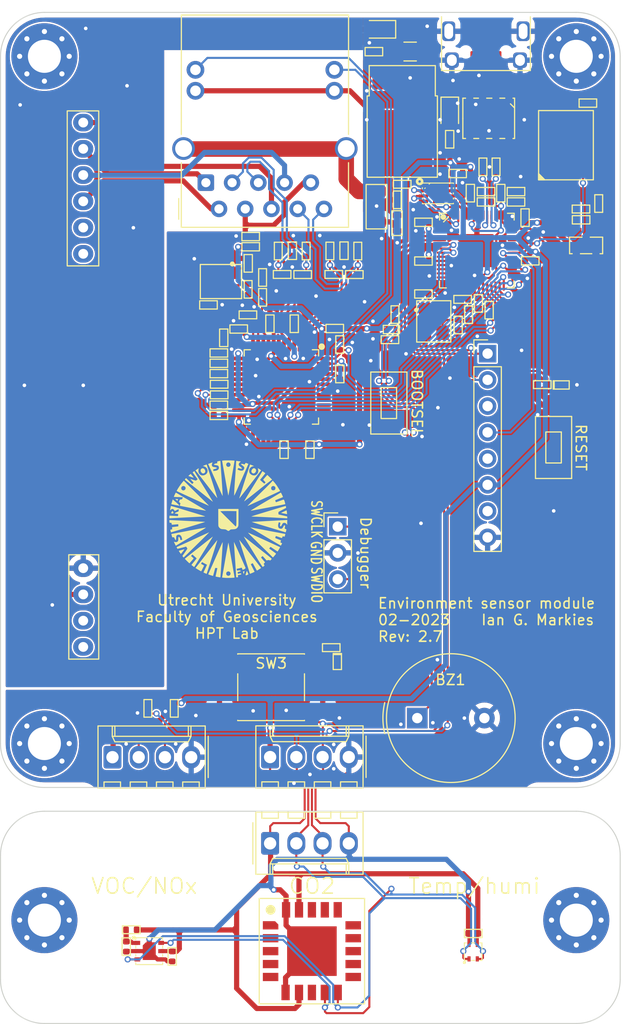
<source format=kicad_pcb>
(kicad_pcb (version 20211014) (generator pcbnew)
  (layers (0 "F.Cu" signal) (31 "B.Cu" signal) (34 "B.Paste" user) (35 "F.Paste" user) (36 "B.SilkS" user "B.Silkscreen") (37 "F.SilkS" user "F.Silkscreen") (38 "B.Mask" user) (39 "F.Mask" user) (44 "Edge.Cuts" user))
  (net 0 "")
  (net 1 "+3.3V")
  (net 2 "GND")
  (net 3 "Net-(C15-Pad1)")
  (net 4 "Net-(C16-Pad1)")
  (net 5 "Net-(C17-Pad1)")
  (net 6 "+1V1")
  (net 7 "Net-(C29-Pad1)")
  (net 8 "Net-(C35-Pad1)")
  (net 9 "Net-(C37-Pad1)")
  (net 10 "Net-(C32-Pad1)")
  (net 11 "Net-(C33-Pad1)")
  (net 12 "Net-(C34-Pad1)")
  (net 13 "+Vbus")
  (net 14 "+VSYS")
  (net 15 "Net-(D3-Pad2)")
  (net 16 "+VPoE")
  (net 17 "BOOTSEL")
  (net 18 "RUN")
  (net 19 "GPIO5{slash}Buzzer")
  (net 20 "Net-(J1-Pad1)")
  (net 22 "/MCU RP2040/Data-")
  (net 23 "/MCU RP2040/Data+")
  (net 24 "SWCLK")
  (net 25 "SWDIO")
  (net 26 "Net-(R8-Pad1)")
  (net 27 "/Ethernet W5100S/VC2-")
  (net 28 "/Ethernet W5100S/VC1-")
  (net 29 "/Ethernet W5100S/RXI-")
  (net 30 "Net-(R23-Pad1)")
  (net 31 "/Ethernet W5100S/RXI+")
  (net 32 "/Ethernet W5100S/VC2+")
  (net 33 "Net-(R23-Pad2)")
  (net 34 "Net-(R25-Pad1)")
  (net 35 "Net-(R29-Pad2)")
  (net 36 "/Ethernet W5100S/VC1+")
  (net 37 "Net-(R30-Pad1)")
  (net 38 "/Ethernet W5100S/TXO-")
  (net 41 "/Ethernet W5100S/TXO+")
  (net 47 "/MCU RP2040/GPIO29{slash}ADC3")
  (net 48 "/MCU RP2040/MCU_D+")
  (net 49 "/MCU RP2040/USB_D+")
  (net 50 "Net-(R28-Pad2)")
  (net 54 "/MCU RP2040/MCU_D-")
  (net 55 "/MCU RP2040/USB_D-")
  (net 56 "/MCU RP2040/QSPI_SS")
  (net 57 "/Ethernet W5100S/TX-")
  (net 58 "/Ethernet W5100S/TX+")
  (net 59 "/Ethernet W5100S/RX-")
  (net 60 "/Ethernet W5100S/RX+")
  (net 61 "I2C1_SDA")
  (net 62 "I2C1_SCL")
  (net 65 "GPIO23{slash}LED")
  (net 72 "RSTn")
  (net 73 "SPI0_RX")
  (net 74 "SPI0_CSn")
  (net 75 "SPI0_SCK")
  (net 76 "SPI0_TX")
  (net 77 "INTn")
  (net 79 "Net-(J2-Pad12)")
  (net 94 "Net-(J2-Pad14)")
  (net 95 "/Ethernet W5100S/LNKn")
  (net 96 "+1V2A")
  (net 97 "+1V2D")
  (net 98 "+1V2O")
  (net 116 "+3V3A")
  (net 117 "/Ethernet W5100S/ACTn")
  (net 118 "/MCU RP2040/QSPI_SD3")
  (net 119 "/MCU RP2040/QSPI_SCLK")
  (net 120 "/MCU RP2040/QSPI_SD0")
  (net 121 "GPIO22{slash}RST_DIS")
  (net 124 "/MCU RP2040/QSPI_SD2")
  (net 125 "/MCU RP2040/QSPI_SD1")
  (net 126 "Net-(D1-Pad1)")
  (net 127 "GPIO4{slash}Button")
  (footprint "HPT:Res 0402_1005Metric" (layer "F.Cu") (at 173.4225 60.7875 90)
    (fp_text reference "R5" hide)
    (fp_text value "27R")
  )
  (footprint "HPT:Micro USB, Type B" (layer "F.Cu") (at 172.4625 50.4625 180)
    (fp_text reference "Jr" hide)
    (fp_text value "USB_B_Micro")
  )
  (footprint "Package_SO:SOIC-8_3.9x4.9mm_P1.27mm" (layer "F.Cu") (at 172.7875 56.0875 -90)
    (fp_text reference "U2" hide)
    (fp_text value "USB6B1")
  )
  (footprint "Diode_SMD:D_SOD-923" (layer "F.Cu") (at 179.775 81.8875)
    (fp_text reference "D6" hide)
    (fp_text value "ESD9B3.3ST5G" hide)
  )
  (footprint "HPT:Res 0402_1005Metric" (layer "F.Cu") (at 163.675 75.075 -90)
    (fp_text reference "R11" hide)
    (fp_text value "1k")
  )
  (footprint "HPT:Res 0402_1005Metric" (layer "F.Cu") (at 149.423139 75.125 180)
    (fp_text reference "R25" hide)
    (fp_text value "1M")
  )
  (footprint "HPT:Cap 0402_1005Metric" (layer "F.Cu") (at 151.558139 75.975 90)
    (fp_text reference "C21" hide)
    (fp_text value "0.1uF")
  )
  (footprint "HPT:Cap 0402_1005Metric" (layer "F.Cu") (at 182.325 54.625)
    (fp_text reference "C39" hide)
    (fp_text value "0.1uF")
  )
  (footprint "Diode_SMD:D_SOD-923" (layer "F.Cu") (at 163.275 76.525 180)
    (fp_text reference "D4" hide)
    (fp_text value "ESD9B3.3ST5G" hide)
  )
  (footprint "HPT:Cap 0402_1005Metric" (layer "F.Cu") (at 155.4125 88.1375 -90)
    (fp_text reference "C19" hide)
    (fp_text value "0.1uF")
  )
  (footprint "HPT:Cap 0402_1005Metric" (layer "F.Cu") (at 166.425 69.8875 180)
    (fp_text reference "C4" hide)
    (fp_text value "0.1uF")
  )
  (footprint "Connector_PinHeader_2.54mm:PinHeader_1x08_P2.54mm_Vertical" (layer "F.Cu") (at 172.625 78.855)
    (fp_text reference "J3" hide)
    (fp_text value "Display")
  )
  (footprint "Diode_SMD:D_SOD-323" (layer "F.Cu") (at 168.9625 55.5375 -90)
    (fp_text reference "D2" hide)
    (fp_text value "BAT60A" hide)
  )
  (footprint "HPT:Cap 0402_1005Metric" (layer "F.Cu") (at 176.7425 69.8875)
    (fp_text reference "C8" hide)
    (fp_text value "0.1uF")
  )
  (footprint "HPT:Res 0402_1005Metric" (layer "F.Cu") (at 163.175 77.525 180)
    (fp_text reference "R28" hide)
    (fp_text value "100R")
  )
  (footprint "HPT:uu Logo" (layer "F.Cu") (at 147.404164 94.905656)
    (fp_text reference "G***" hide)
    (fp_text value "LOGO" hide)
  )
  (footprint "HPT:LQFP48" (layer "F.Cu") (at 152.658139 82.08186 180)
    (fp_text reference "U5" hide)
    (fp_text value "W5100S")
  )
  (footprint "HPT:Cap 0402_1005Metric" (layer "F.Cu") (at 170.9625 63.3375 90)
    (fp_text reference "C1" hide)
    (fp_text value "0.1uF")
  )
  (footprint "HPT:Slot 2x5.5" (layer "F.Cu") (at 170.465 139.375 180)
    (fp_text reference "REF**" hide)
    (fp_text value "Slot 2x5.5" hide)
  )
  (footprint "HPT:Cap 0402_1005Metric" (layer "F.Cu") (at 146.6125 84.825 180)
    (fp_text reference "C20" hide)
    (fp_text value "0.1uF")
  )
  (footprint "HPT:Cap 0402_1005Metric" (layer "F.Cu") (at 152.908139 88.1375 -90)
    (fp_text reference "C27" hide)
    (fp_text value "0.1uF")
  )
  (footprint "HPT:Cap 0402_1005Metric" (layer "F.Cu") (at 171.725 73.9875 -90)
    (fp_text reference "C9" hide)
    (fp_text value "0.1uF")
  )
  (footprint "HPT:Res 0402_1005Metric" (layer "F.Cu") (at 139.7125 113.1875 90)
    (fp_text reference "R2" hide)
    (fp_text value "DNP")
  )
  (footprint "Package_DFN_QFN:QFN-56-1EP_7x7mm_P0.4mm_EP3.2x3.2mm" (layer "F.Cu") (at 171.5875 68.8875)
    (fp_text reference "U3" hide)
    (fp_text value "RP2040")
  )
  (footprint "HPT:Cap 0402_1005Metric" (layer "F.Cu") (at 176.2625 65.7075 90)
    (fp_text reference "C3" hide)
    (fp_text value "0.1uF")
  )
  (footprint "Crystal:Crystal_SMD_Abracon_ABM8G-4Pin_3.2x2.5mm" (layer "F.Cu") (at 167.4125 75.7375 -90)
    (fp_text reference "Y1" hide)
    (fp_text value "12MHz")
  )
  (footprint "HPT:Cap 0402_1005Metric" (layer "F.Cu") (at 158.7125 68.8875 -90)
    (fp_text reference "C29" hide)
    (fp_text value "0.1uF")
  )
  (footprint "HPT:Res 0402_1005Metric" (layer "F.Cu") (at 170.2125 73.625 180)
    (fp_text reference "R8" hide)
    (fp_text value "DNP")
  )
  (footprint "HPT:Cap 0402_1005Metric" (layer "F.Cu") (at 171.225 134.975)
    (fp_text reference "C36" hide)
    (fp_text value "0.1uF")
  )
  (footprint "Diode_SMD:D_SOD-923" (layer "F.Cu") (at 158.075 108.675 -90)
    (fp_text reference "D7" hide)
    (fp_text value "ESD9B3.3ST5G" hide)
  )
  (footprint "HPT:Slot 2x3" (layer "F.Cu") (at 173.675 133.575)
    (fp_text reference "REF**" hide)
    (fp_text value "Slot 2x3" hide)
  )
  (footprint "Connector_Molex:Molex_KK-254_AE-6410-04A_1x04_P2.54mm_Vertical" (layer "F.Cu") (at 151.565 117.895)
    (fp_text reference "J6" hide)
    (fp_text value "Breakout 1")
  )
  (footprint "HPT:Res 0402_1005Metric" (layer "F.Cu") (at 160.075 68.925 -90)
    (fp_text reference "R14" hide)
    (fp_text value "49R9")
  )
  (footprint "HPT:SDC4x" (layer "F.Cu") (at 155.6125 136.675)
    (fp_text reference "U6" hide)
    (fp_text value "SCD4x")
  )
  (footprint "HPT:Res 0402_1005Metric" (layer "F.Cu") (at 164.3625 62.4875 180)
    (fp_text reference "R10" hide)
    (fp_text value "DNP")
  )
  (footprint "HPT:Cap 0402_1005Metric" (layer "F.Cu") (at 146.6125 78.78186 180)
    (fp_text reference "C25" hide)
    (fp_text value "0.1uF")
  )
  (footprint "HPT:Cap 0402_1005Metric" (layer "F.Cu") (at 145.608139 74.13186 180)
    (fp_text reference "C34" hide)
    (fp_text value "18pF")
  )
  (footprint "HPT:Cap 0402_1005Metric" (layer "F.Cu") (at 181.6875 65.8975 180)
    (fp_text reference "C15" hide)
    (fp_text value "0.1uF")
  )
  (footprint "HPT:Cap 0402_1005Metric" (layer "F.Cu") (at 172.4625 64.1875)
    (fp_text reference "C6" hide)
    (fp_text value "0.1uF")
  )
  (footprint "Connector_PinHeader_2.54mm:PinHeader_1x03_P2.54mm_Vertical" (layer "F.Cu") (at 158.1125 95.5975)
    (fp_text reference "J5" hide)
    (fp_text value "Debugger")
  )
  (footprint "Button_Switch_SMD:SW_Push_1P1T_NO_6x6mm_H9.5mm" (layer "F.Cu") (at 151.6625 111.1375)
    (fp_text reference "SW3")
    (fp_text value "Display")
  )
  (footprint "HPT:Cap 0402_1005Metric" (layer "F.Cu") (at 149.458139 70.13186 90)
    (fp_text reference "C35" hide)
    (fp_text value "18pF")
  )
  (footprint "HPT:Cap 0402_1005Metric" (layer "F.Cu") (at 149.675 68.525)
    (fp_text reference "C30" hide)
    (fp_text value "0.1uF")
  )
  (footprint "HPT:Cap 0402_1005Metric" (layer "F.Cu") (at 146.6125 79.78186 180)
    (fp_text reference "C24" hide)
    (fp_text value "1uF")
  )
  (footprint "Fuse:Fuse_1206_3216Metric" (layer "F.Cu") (at 165.125 49.625 180)
    (fp_text reference "F1" hide)
    (fp_text value "Fuse")
  )
  (footprint "HPT:Cap 0402_1005Metric" (layer "F.Cu") (at 169.7625 76.075 -90)
    (fp_text reference "C17" hide)
    (fp_text value "15pF")
  )
  (footprint "HPT:Cap 0402_1005Metric" (layer "F.Cu") (at 172.7625 74.6375 -90)
    (fp_text reference "C2" hide)
    (fp_text value "0.1uF")
  )
  (footprint "HPT:Cap 0402_1005Metric" (layer "F.Cu") (at 137.625 136.225 -90)
    (fp_text reference "C37" hide)
    (fp_text value "1uF")
  )
  (footprint "HPT:Cap 0402_1005Metric" (layer "F.Cu") (at 166.425 66.1375 180)
    (fp_text reference "C5" hide)
    (fp_text value "0.1uF")
  )
  (footprint "MountingHole:MountingHole_3.2mm_M3_Pad_Via" (layer "F.Cu") (at 181.2125 50.0875)
    (fp_text reference "REF**" hide)
    (fp_text value "MountingHole_3.2mm_M3_Pad_Via" hide)
  )
  (footprint "HPT:Slot 2x5.5" (layer "F.Cu") (at 168.175 135.615 90)
    (fp_text reference "REF**" hide)
    (fp_text value "Slot 2x5.5" hide)
  )
  (footprint "HPT:PoE, 10 Pin with LED" (layer "F.Cu") (at 150.4675 56.1925 90)
    (fp_text reference "J2" hide)
    (fp_text value "Ethernet_(100_Base-T_&_PoE)")
  )
  (footprint "HPT:Adafruit 3847 connector" (layer "F.Cu") (at 133.4725 81.8675 -90)
    (fp_text reference "MOD1" hide)
    (fp_text value "Adafruit_3847_connector")
  )
  (footprint "Inductor_SMD:L_0402_1005Metric" (layer "F.Cu") (at 147.075 77.325 -90)
    (fp_text reference "FB3" hide)
    (fp_text value "120r@100MHz")
  )
  (footprint "HPT:Res 0402_1005Metric" (layer "F.Cu") (at 152.375 68.925 -90)
    (fp_text reference "R15" hide)
    (fp_text value "49R9")
  )
  (footprint "HPT:Switch" (layer "F.Cu") (at 179.0125 87.9375 -90)
    (fp_text reference "SW2" hide)
    (fp_text value "RESET")
  )
  (footprint "Package_TO_SOT_SMD:SOT-23" (layer "F.Cu") (at 182.1625 68.3875 90)
    (fp_text reference "Q1" hide)
    (fp_text value "2N7002")
  )
  (footprint "HPT:Res 0402_1005Metric" (layer "F.Cu") (at 159.725 71.225 180)
    (fp_text reference "R17" hide)
    (fp_text value "3R3")
  )
  (footprint "HPT:LED" (layer "F.Cu") (at 163.8625 66.2275 90)
    (fp_text reference "D3" hide)
    (fp_text value "LED")
  )
  (footprint "HPT:SON50P300X200X60-9N" (layer "F.Cu") (at 167.8125 63.35)
    (fp_text reference "U4" hide)
    (fp_text value "W25Q16JVUXIQ")
  )
  (footprint "HPT:Res 0402_1005Metric" (layer "F.Cu") (at 181.6625 64.8475)
    (fp_text reference "R7" hide)
    (fp_text value "100k")
  )
  (footprint "HPT:Res 0402_1005Metric" (layer "F.Cu") (at 146.625 81.8)
    (fp_text reference "R21" hide)
    (fp_text value "470R")
  )
  (footprint "Connector_Molex:Molex_KK-254_AE-6410-04A_1x04_P2.54mm_Vertical" (layer "F.Cu") (at 136.3025 117.9075)
    (fp_text reference "J4" hide)
    (fp_text value "Extra I2C")
  )
  (footprint "HPT:XDCR_SGP41-D-R4" (layer "F.Cu") (at 139.8625 136.675)
    (fp_text reference "U7" hide)
    (fp_text value "SGP41")
  )
  (footprint "Diode_SMD:D_SOD-323" (layer "F.Cu") (at 162.225 47.475 180)
    (fp_text reference "D1" hide)
    (fp_text value "BAT60A")
  )
  (footprint "HPT:Res 0402_1005Metric" (layer "F.Cu") (at 172.1525 60.7875 90)
    (fp_text reference "R4" hide)
    (fp_text value "27R")
  )
  (footprint "HPT:Cap 0402_1005Metric" (layer "F.Cu") (at 175.3625 63.1875)
    (fp_text reference "C14" hide)
    (fp_text value "1uF")
  )
  (footprint "MountingHole:MountingHole_3.2mm_M3_Pad_Via" (layer "F.Cu") (at 129.7125 133.675)
    (fp_text reference "REF**" hide)
    (fp_text value "MountingHole_3.2mm_M3_Pad_Via" hide)
  )
  (footprint "Buzzer_Beeper:Buzzer_TDK_PS1240P02BT_D12.2mm_H6.5mm" (layer "F.Cu") (at 169.0625 114.125)
    (fp_text reference "BZ1")
    (fp_text value "Buzzer")
  )
  (footprint "HPT:Res 0402_1005Metric" (layer "F.Cu") (at 157.48 107.2875)
    (fp_text reference "R30" hide)
    (fp_text value "100R")
  )
  (footprint "HPT:Cap 0402_1005Metric" (layer "F.Cu") (at 158.325 80.83186 90)
    (fp_text reference "C28" hide)
    (fp_text value "0.1uF")
  )
  (footprint "HPT:Cap 0402_1005Metric" (layer "F.Cu") (at 166.425 73.075 180)
    (fp_text reference "C16" hide)
    (fp_text value "15pF")
  )
  (footprint "MountingHole:MountingHole_3.2mm_M3_Pad_Via" (layer "F.Cu") (at 181.2125 116.5875)
    (fp_text reference "REF**" hide)
    (fp_text value "MountingHole_3.2mm_M3_Pad_Via" hide)
  )
  (footprint "HPT:Cap 0402_1005Metric" (layer "F.Cu") (at 149.675 67.5375)
    (fp_text reference "C31" hide)
    (fp_text value "1uF")
  )
  (footprint "HPT:Cap 0402_1005Metric" (layer "F.Cu") (at 146.6125 80.78186 180)
    (fp_text reference "C22" hide)
    (fp_text value "0.1uF")
  )
  (footprint "HPT:XDCR_SHT41-AD1B-R2" (layer "F.Cu") (at 171.225 136.725 90)
    (fp_text reference "U8" hide)
    (fp_text value "SHT4x")
  )
  (footprint "Crystal:Crystal_SMD_Abracon_ABM8G-4Pin_3.2x2.5mm" (layer "F.Cu") (at 146.808139 71.88186 180)
    (fp_text reference "Y2" hide)
    (fp_text value "25MHz")
  )
  (footprint "HPT:Res 0402_1005Metric" (layer "F.Cu") (at 183.3625 64.3375 90)
    (fp_text reference "R6" hide)
    (fp_text value "200k")
  )
  (footprint "HPT:Res 0402_1005Metric" (layer "F.Cu") (at 177.925 81.875 180)
    (fp_text reference "R29" hide)
    (fp_text value "100R")
  )
  (footprint "HPT:Res 0402_1005Metric" (layer "F.Cu") (at 146.625 82.825)
    (fp_text reference "R22" hide)
    (fp_text value "470R")
  )
  (footprint "HPT:Res 0402_1005Metric" (layer "F.Cu") (at 163.8625 63.9775 90)
    (fp_text reference "R1" hide)
    (fp_text value "470R")
  )
  (footprint "HPT:Slot 2x5.5" (layer "F.Cu") (at 174.075 136.475 90)
    (fp_text reference "REF**" hide)
    (fp_text value "Slot 2x5.5" hide)
  )
  (footprint "HPT:Res 0402_1005Metric" (layer "F.Cu") (at 150.858139 71.48186 -90)
    (fp_text reference "R24" hide)
    (fp_text value "300R/1%")
  )
  (footprint "MountingHole:MountingHole_3.2mm_M3_Pad_Via" (layer "F.Cu") (at 181.2125 133.675)
    (fp_text reference "REF**" hide)
    (fp_text value "MountingHole_3.2mm_M3_Pad_Via" hide)
  )
  (footprint "HPT:Res 0402_1005Metric" (layer "F.Cu") (at 157.725 71.175)
    (fp_text reference "R18" hide)
    (fp_text value "3R3")
  )
  (footprint "HPT:Cap 0402_1005Metric" (layer "F.Cu") (at 173.9125 63.3375 90)
    (fp_text reference "C12" hide)
    (fp_text value "1uF")
  )
  (footprint "HPT:Res 0402_1005Metric" (layer "F.Cu") (at 155.075 68.925 -90)
    (fp_text reference "R16" hide)
    (fp_text value "49R9")
  )
  (footprint "HPT:Res 0402_1005Metric" (layer "F.Cu") (at 154.725 71.225 180)
    (fp_text reference "R19" hide)
    (fp_text value "3R3")
  )
  (footprint "HPT:Res 0402_1005Metric" (layer "F.Cu") (at 170.7625 75.0875 90)
    (fp_text reference "R9" hide)
    (fp_text value "1k")
  )
  (footprint "" (layer "F.Cu") (at 168.775 133.675)
    (fp_text reference "")
    (fp_text value "")
  )
  (footprint "LED_SMD:LED_WS2812B_PLCC4_5.0x5.0mm_P3.2mm" (layer "F.Cu") (at 180.2125 58.6875 -90)
    (fp_text reference "D5" hide)
    (fp_text value "WS2812B")
  )
  (footprint "Capacitor_SMD:C_1206_3216Metric" (layer "F.Cu") (at 161.8625 64.6375 -90)
    (fp_text reference "C33" hide)
    (fp_text value "1nF/2kV")
  )
  (footprint "HPT:Cap 0402_1005Metric" (layer "F.Cu") (at 153.9125 75.975 90)
    (fp_text reference "C23" hide)
    (fp_text value "0.1uF")
  )
  (footprint "HPT:Res 0402_1005Metric" (layer "F.Cu") (at 149.458139 72.63186 -90)
    (fp_text reference "R26" hide)
    (fp_text value "0R")
  )
  (footprint "HPT:Cap 0402_1005Metric" (layer "F.Cu") (at 169.7125 61.4375)
    (fp_text reference "C18" hide)
    (fp_text value "0.1uF")
  )
  (footprint "HPT:Res 0402_1005Metric" (layer "F.Cu") (at 158.325 77.975 -90)
    (fp_text reference "R12" hide)
    (fp_text value "4k7")
  )
  (footprint "Inductor_SMD:L_0402_1005Metric" (layer "F.Cu") (at 148.525 76.475 180)
    (fp_text reference "FB2" hide)
    (fp_text value "120r@100MHz")
  )
  (footprint "HPT:Res 0402_1005Metric" (layer "F.Cu") (at 157.375 68.9175 -90)
    (fp_text reference "R13" hide)
    (fp_text value "49R9")
  )
  (footprint "HPT:Res 0402_1005Metric" (layer "F.Cu") (at 138.125 134.625 180)
    (fp_text reference "R27" hide)
    (fp_text value "4R7")
  )
  (footprint "HPT:Cap 0402_1005Metric" (layer "F.Cu") (at 168.9625 58.125 90)
    (fp_text reference "C11" hide)
    (fp_text value "10uF")
  )
  (footprint "HPT:Cap 0402_1005Metric" (layer "F.Cu") (at 153.7125 68.8875 -90)
    (fp_text reference "C32" hide)
    (fp_text value "0.1uF")
  )
  (footprint "HPT:Cap 0402_1005Metric" (layer "F.Cu") (at 142.075 137.175 -90)
    (fp_text reference "C38" hide)
    (fp_text value "1uF")
  )
  (footprint "Connector_Molex:Molex_KK-254_AE-6410-04A_1x04_P2.54mm_Vertical" (layer "F.Cu") (at 151.565 126.245)
    (fp_text reference "J7" hide)
    (fp_text value "Breakout 2")
  )
  (footprint "HPT:Res 0402_1005Metric" (layer "F.Cu") (at 142.2625 113.1875 90)
    (fp_text reference "R3" hide)
    (fp_text value "DNP")
  )
  (footprint "HPT:Res 0402_1005Metric" (layer "F.Cu") (at 152.725 71.175)
    (fp_text reference "R20" hide)
    (fp_text value "3R3")
  )
  (footprint "HPT:Res 0402_1005Metric" (layer "F.Cu") (at 150.858139 73.40686 -90)
    (fp_text reference "R23" hide)
    (fp_text value "12K/1%")
  )
  (footprint "MountingHole:MountingHole_3.2mm_M3_Pad_Via" (layer "F.Cu") (at 129.7125 50.0875)
    (fp_text reference "REF**" hide)
    (fp_text value "MountingHole_3.2mm_M3_Pad_Via" hide)
  )
  (footprint "HPT:Cap 0402_1005Metric" (layer "F.Cu") (at 161.625 49.625 180)
    (fp_text reference "C10" hide)
    (fp_text value "10uF")
  )
  (footprint "HPT:Cap 0402_1005Metric" (layer "F.Cu") (at 172.4625 63.1875)
    (fp_text reference "C7" hide)
    (fp_text value "0.1uF")
  )
  (footprint "HPT:Switch" (layer "F.Cu") (at 163.0625 83.6375 -90)
    (fp_text reference "SW1" hide)
    (fp_text value "BOOTSEL")
  )
  (footprint "HPT:Cap 0402_1005Metric" (layer "F.Cu") (at 146.6125 83.8375 180)
    (fp_text reference "C26" hide)
    (fp_text value "0.1uF")
  )
  (footprint "HPT:Cap 0402_1005Metric" (layer "F.Cu") (at 175.3625 64.1875)
    (fp_text reference "C13" hide)
    (fp_text value "1uF")
  )
  (footprint "MountingHole:MountingHole_3.2mm_M3_Pad_Via" (layer "F.Cu") (at 129.7125 116.5875)
    (fp_text reference "REF**" hide)
    (fp_text value "MountingHole_3.2mm_M3_Pad_Via" hide)
  )
  (footprint "Inductor_SMD:L_0402_1005Metric" (layer "F.Cu") (at 157.825 76.425 180)
    (fp_text reference "FB1" hide)
    (fp_text value "120r@100MHz")
  )
  (footprint "Package_TO_SOT_SMD:TO-252-2" (layer "F.Cu") (at 164.3625 56.3875 -90)
    (fp_text reference "U1" hide)
    (fp_text value "NCP1117-3.3_TO252")
  )
  (gr_line (start 185.4625 116.5875) (end 185.4625 50.0875) (layer "Edge.Cuts") (width 0.1))
  (gr_arc (start 129.7125 120.8375) (mid 126.707296 119.592704) (end 125.4625 116.5875) (layer "Edge.Cuts") (width 0.1))
  (gr_arc (start 185.4625 139.425) (mid 184.213358 142.425858) (end 181.2125 143.675) (layer "Edge.Cuts") (width 0.1))
  (gr_line (start 129.7125 120.8375) (end 181.2125 120.8375) (layer "Edge.Cuts") (width 0.1))
  (gr_line (start 129.7125 123.1375) (end 181.2125 123.1375) (layer "Edge.Cuts") (width 0.1))
  (gr_line (start 129.7125 143.675) (end 181.2125 143.675) (layer "Edge.Cuts") (width 0.1))
  (gr_line (start 129.7125 45.8375) (end 181.2125 45.8375) (layer "Edge.Cuts") (width 0.1))
  (gr_arc (start 125.4625 50.0875) (mid 126.707296 47.082296) (end 129.7125 45.8375) (layer "Edge.Cuts") (width 0.1))
  (gr_arc (start 181.2125 123.1375) (mid 184.217704 124.382296) (end 185.4625 127.3875) (layer "Edge.Cuts") (width 0.1))
  (gr_arc (start 181.2125 45.8375) (mid 184.217704 47.082296) (end 185.4625 50.0875) (layer "Edge.Cuts") (width 0.1))
  (gr_line (start 125.4625 116.5875) (end 125.4625 50.0875) (layer "Edge.Cuts") (width 0.1))
  (gr_line (start 185.4625 127.3875) (end 185.4625 139.425) (layer "Edge.Cuts") (width 0.1))
  (gr_arc (start 129.7125 143.675) (mid 126.707296 142.430204) (end 125.4625 139.425) (layer "Edge.Cuts") (width 0.1))
  (gr_line (start 125.4625 139.425) (end 125.4625 127.3875) (layer "Edge.Cuts") (width 0.1))
  (gr_arc (start 125.4625 127.3875) (mid 126.711642 124.386642) (end 129.7125 123.1375) (layer "Edge.Cuts") (width 0.1))
  (gr_arc (start 185.4625 116.5875) (mid 184.217704 119.592704) (end 181.2125 120.8375) (layer "Edge.Cuts") (width 0.1))
  (gr_text "VOC/NOx" (at 139.375 130.375) (layer "F.SilkS") (effects (font (size 1.5 1.5))))
  (gr_text "Utrecht University\nFaculty of Geosciences\nHPT Lab" (at 147.375 104.325) (layer "F.SilkS") (effects (font (size 1 1))))
  (gr_text "SWCLK" (at 156.0625 94.8875 270) (layer "F.SilkS") (effects (font (size 1 0.75))))
  (gr_text "Environment sensor module\n02-2023    Ian G. Markies\nRev: 2.7" (at 161.925 104.625) (layer "F.SilkS") (effects (font (size 1 1)) (justify left)))
  (gr_text "GND" (at 156.0125 98.1375 270) (layer "F.SilkS") (effects (font (size 1 0.75))))
  (gr_text "CO2" (at 155.625 130.375) (layer "F.SilkS") (effects (font (size 1.5 1.5))))
  (gr_text "SWDIO\n" (at 156.0625 101.2375 270) (layer "F.SilkS") (effects (font (size 1 0.75))))
  (gr_text "Temp/humi" (at 171.325 130.375) (layer "F.SilkS") (effects (font (size 1.5 1.5))))
  (segment (start 172.598944 70.973944) (end 172.531082 70.973944) (width 0.2) (layer "F.Cu") (net 1))
  (segment (start 147.725 134.625) (end 142.175 134.625) (width 0.5) (layer "F.Cu") (net 1))
  (segment (start 148.5375 85.475) (end 148.558139 85.454361) (width 0.35) (layer "F.Cu") (net 1))
  (segment (start 154.9125 120.501419) (end 154.9125 123.8275) (width 0.2) (layer "F.Cu") (net 1))
  (segment (start 169.2325 60.5825) (end 169.2325 61.4375) (width 0.5) (layer "F.Cu") (net 1))
  (segment (start 151.6875 129.1875) (end 151.6125 129.2625) (width 0.5) (layer "F.Cu") (net 1))
  (segment (start 171.7875 71.717526) (end 171.7875 72.325) (width 0.2) (layer "F.Cu") (net 1))
  (segment (start 147.825 134.625) (end 148.325 134.125) (width 0.2) (layer "F.Cu") (net 1))
  (segment (start 176.2625 66.1875) (end 177.4125 66.1875) (width 0.5) (layer "F.Cu") (net 1))
  (segment (start 160.1625 76.4375) (end 160.225 76.5) (width 0.5) (layer "F.Cu") (net 1))
  (segment (start 169.025 60.375) (end 169.2325 60.5825) (width 0.5) (layer "F.Cu") (net 1))
  (segment (start 176.2625 69.6375) (end 176.2625 69.8875) (width 0.5) (layer "F.Cu") (net 1))
  (segment (start 164.4925 58.6175) (end 164.3625 58.4875) (width 0.5) (layer "F.Cu") (net 1))
  (segment (start 166.925 66.14125) (end 166.92125 66.1375) (width 0.5) (layer "F.Cu") (net 1))
  (segment (start 163.8625 62.4975) (end 163.8525 62.4875) (width 0.5) (layer "F.Cu") (net 1))
  (segment (start 170.9625 60.7875) (end 170.9625 61.783825) (width 0.5) (layer "F.Cu") (net 1))
  (segment (start 142.9725 112.6775) (end 138.4725 112.6775) (width 0.5) (layer "F.Cu") (net 1))
  (segment (start 151.575 115.0745) (end 151.565 115.0845) (width 0.5) (layer "F.Cu") (net 1))
  (segment (start 151.6125 128.6125) (end 151.6125 129.2625) (width 0.5) (layer "F.Cu") (net 1))
  (segment (start 142.325 134.625) (end 142.175 134.625) (width 0.2) (layer "F.Cu") (net 1))
  (segment (start 159.6875 76.4375) (end 158.2975 76.4375) (width 0.5) (layer "F.Cu") (net 1))
  (segment (start 154.4525 124.2875) (end 151.8725 124.2875) (width 0.2) (layer "F.Cu") (net 1))
  (segment (start 160.225 76.975) (end 159.6875 76.4375) (width 0.2) (layer "F.Cu") (net 1))
  (segment (start 152.125 129.175) (end 151.6125 128.6625) (width 0.2) (layer "F.Cu") (net 1))
  (segment (start 160.6625 76.4375) (end 160.1625 76.4375) (width 0.5) (layer "F.Cu") (net 1))
  (segment (start 170.9625 61.783825) (end 171.9825 62.803825) (width 0.5) (layer "F.Cu") (net 1))
  (segment (start 142.775 135.075) (end 142.325 134.625) (width 0.2) (layer "F.Cu") (net 1))
  (segment (start 174.8825 64.6175) (end 174.8825 64.2375) (width 0.5) (layer "F.Cu") (net 1))
  (segment (start 141.0125 136.675) (end 142.055 136.675) (width 0.4) (layer "F.Cu") (net 1))
  (segment (start 174.05 65.45) (end 174.8825 64.6175) (width 0.5) (layer "F.Cu") (net 1))
  (segment (start 168.975 58.6425) (end 168.95 58.6175) (width 0.5) (layer "F.Cu") (net 1))
  (segment (start 172.0125 64.2575) (end 172.0125 65.4375) (width 0.5) (layer "F.Cu") (net 1))
  (segment (start 167.07125 66.2875) (end 166.92125 66.1375) (width 0.2) (layer "F.Cu") (net 1))
  (segment (start 163.8525 62.4875) (end 163.8525 58.9975) (width 0.5) (layer "F.Cu") (net 1))
  (segment (start 142.055 136.675) (end 142.075 136.695) (width 0.4) (layer "F.Cu") (net 1))
  (segment (start 160.225 76.975) (end 160.225 87.625) (width 0.5) (layer "F.Cu") (net 1))
  (segment (start 160.9125 76.4375) (end 160.6625 76.4375) (width 0.5) (layer "F.Cu") (net 1))
  (segment (start 151.565 126.245) (end 151.6125 126.2925) (width 0.5) (layer "F.Cu") (net 1))
  (segment (start 148.325 134.125) (end 148.325 135.225) (width 0.5) (layer "F.Cu") (net 1))
  (segment (start 163.8625 63.4675) (end 163.8625 62.4975) (width 0.5) (layer "F.Cu") (net 1))
  (segment (start 151.6125 129.2625) (end 148.325 132.55) (width 0.5) (layer "F.Cu") (net 1))
  (segment (start 136.3625 114.7875) (end 136.3625 117.4475) (width 0.5) (layer "F.Cu") (net 1))
  (segment (start 148.325 135.225) (end 148.325 140.275) (width 0.5) (layer "F.Cu") (net 1))
  (segment (start 171.9825 62.803825) (end 171.9825 64.2375) (width 0.5) (layer "F.Cu") (net 1))
  (segment (start 153.975 142.225) (end 154.3625 141.8375) (width 0.5) (layer "F.Cu") (net 1))
  (segment (start 168.975 60.325) (end 168.975 58.6425) (width 0.5) (layer "F.Cu") (net 1))
  (segment (start 142.075 136.695) (end 142.505 136.695) (width 0.5) (layer "F.Cu") (net 1))
  (segment (start 177.4125 66.1875) (end 178.4375 66.1875) (width 0.5) (layer "F.Cu") (net 1))
  (segment (start 147.825 134.625) (end 148.325 135.125) (width 0.2) (layer "F.Cu") (net 1))
  (segment (start 142.775 135.075) (end 142.775 134.625) (width 0.5) (layer "F.Cu") (net 1))
  (segment (start 154.0625 129.1875) (end 154.3625 129.4875) (width 0.5) (layer "F.Cu") (net 1))
  (segment (start 160.1625 76.4375) (end 159.6875 76.4375) (width 0.5) (layer "F.Cu") (net 1))
  (segment (start 155.3925 87.63186) (end 156.30686 87.63186) (width 0.5) (layer "F.Cu") (net 1))
  (segment (start 154.9125 123.8275) (end 154.4525 124.2875) (width 0.2) (layer "F.Cu") (net 1))
  (segment (start 155.408139 86.18186) (end 155.408139 87.616221) (width 0.35) (layer "F.Cu") (net 1))
  (segment (start 148.558139 85.454361) (end 148.558139 84.83186) (width 0.35) (layer "F.Cu") (net 1))
  (segment (start 148.558139 84.83186) (end 147.09936 84.83186) (width 0.35) (layer "F.Cu") (net 1))
  (segment (start 148.325 134.625) (end 147.725 134.625) (width 0.5) (layer "F.Cu") (net 1))
  (segment (start 150.275 142.225) (end 153.975 142.225) (width 0.5) (layer "F.Cu") (net 1))
  (segment (start 151.8725 124.2875) (end 151.575 124.585) (width 0.2) (layer "F.Cu") (net 1))
  (segment (start 142.175 134.625) (end 138.635 134.625) (width 0.5) (layer "F.Cu") (net 1))
  (segment (start 155.408139 87.616221) (end 155.3925 87.63186) (width 0.35) (layer "F.Cu") (net 1))
  (segment (start 171.7875 72.325) (end 171.7875 73.4575) (width 0.2) (layer "F.Cu") (net 1))
  (segment (start 176.1625 66.2875) (end 176.2625 66.1875) (width 0.2) (layer "F.Cu") (net 1))
  (segment (start 166.925 69.85) (end 166.9625 69.8875) (width 0.5) (layer "F.Cu") (net 1))
  (segment (start 142.775 136.425) (end 142.775 135.075) (width 0.5) (layer "F.Cu") (net 1))
  (segment (start 151.6125 126.2925) (end 151.6125 128.6125) (width 0.5) (layer "F.Cu") (net 1))
  (segment (start 181.2125 68.9625) (end 181.2125 69.325) (width 0.5) (layer "F.Cu") (net 1))
  (segment (start 151.565 115.0845) (end 151.565 117.895) (width 0.5) (layer "F.Cu") (net 1))
  (segment (start 159.2975 53.4225) (end 164.3625 58.4875) (width 0.5) (layer "F.Cu") (net 1))
  (segment (start 157.7875 53.4225) (end 159.2975 53.4225) (width 0.5) (layer "F.Cu") (net 1))
  (segment (start 160.225 76.5) (end 160.225 76.975) (width 0.5) (layer "F.Cu") (net 1))
  (segment (start 169.2125 62.6) (end 169.2325 62.58) (width 0.2) (layer "F.Cu") (net 1))
  (segment (start 143.225 134.625) (end 142.775 135.075) (width 0.2) (layer "F.Cu") (net 1))
  (segment (start 174.0125 65.45) (end 174.0125 66.0875) (width 0.2) (layer "F.Cu") (net 1))
  (segment (start 174.2125 66.2875) (end 176.1625 66.2875) (width 0.2) (layer "F.Cu") (net 1))
  (segment (start 171.625 136.025) (end 171.625 135.055) (width 0.3) (layer "F.Cu") (net 1))
  (segment (start 148.325 132.55) (end 148.325 134.125) (width 0.5) (layer "F.Cu") (net 1))
  (segment (start 144.3375 53.4225) (end 157.7875 53.4225) (width 0.5) (layer "F.Cu") (net 1))
  (segment (start 151.565 117.895) (end 151.565 119.165) (width 0.2) (layer "F.Cu") (net 1))
  (segment (start 152.0125 129.1875) (end 153.4625 129.1875) (width 0.5) (layer "F.Cu") (net 1))
  (segment (start 154.3625 141.8375) (end 154.3625 140.675) (width 0.5) (layer "F.Cu") (net 1))
  (segment (start 154.6625 129.1875) (end 154.7125 129.1875) (width 0.5) (layer "F.Cu") (net 1))
  (segment (start 171.675 130.6) (end 170.2625 129.1875) (width 0.5) (layer "F.Cu") (net 1))
  (segment (start 160.925 76.425) (end 160.9125 76.4375) (width 0.5) (layer "F.Cu") (net 1))
  (segment (start 171.625 135.055) (end 171.705 134.975) (width 0.2) (layer "F.Cu") (net 1))
  (segment (start 174.8825 63.1875) (end 174.8825 64.1875) (width 0.5) (layer "F.Cu") (net 1))
  (segment (start 160.225 76.975) (end 160.6625 76.5375) (width 0.2) (layer "F.Cu") (net 1))
  (segment (start 151.565 119.165) (end 151.9375 119.5375) (width 0.2) (layer "F.Cu") (net 1))
  (segment (start 142.505 136.695) (end 142.775 136.425) (width 0.5) (layer "F.Cu") (net 1))
  (segment (start 172.531082 70.973944) (end 171.7875 71.717526) (width 0.2) (layer "F.Cu") (net 1))
  (segment (start 154.3625 129.4875) (end 154.3625 132.675) (width 0.5) (layer "F.Cu") (net 1))
  (segment (start 153.4625 129.1875) (end 154.7125 129.1875) (width 0.5) (layer "F.Cu") (net 1))
  (segment (start 174.0125 65.45) (end 174.05 65.45) (width 0.5) (layer "F.Cu") (net 1))
  (segment (start 171.675 134.945) (end 171.675 130.6) (width 0.5) (layer "F.Cu") (net 1))
  (segment (start 171.705 134.975) (end 171.675 134.945) (width 0.5) (layer "F.Cu") (net 1))
  (segment (start 151.575 124.585) (end 151.575 126.235) (width 0.2) (layer "F.Cu") (net 1))
  (segment (start 169.025 60.375) (end 168.975 60.325) (width 0.5) (layer "F.Cu") (net 1))
  (segment (start 158.3125 77.4875) (end 158.3125 76.4525) (width 0.5) (layer "F.Cu") (net 1))
  (segment (start 151.9375 119.5375) (end 153.948581 119.5375) (width 0.2) (layer "F.Cu") (net 1))
  (segment (start 153.948581 119.5375) (end 154.9125 120.501419) (width 0.2) (layer "F.Cu") (net 1))
  (segment (start 142.975 112.675) (end 142.9725 112.6775) (width 0.5) (layer "F.Cu") (net 1))
  (segment (start 148.325 140.275) (end 150.275 142.225) (width 0.5) (layer "F.Cu") (net 1))
  (segment (start 178.4375 66.1875) (end 181.2125 68.9625) (width 0.5) (layer "F.Cu") (net 1))
  (segment (start 158.3125 76.4525) (end 158.2975 76.4375) (width 0.5) (layer "F.Cu") (net 1))
  (segment (start 151.575 126.235) (end 151.565 126.245) (width 0.2) (layer "F.Cu") (net 1))
  (segment (start 177.2625 68.9875) (end 176.9125 68.9875) (width 0.5) (layer "F.Cu") (net 1))
  (segment (start 152.0125 129.1875) (end 151.6875 129.1875) (width 0.5) (layer "F.Cu") (net 1))
  (segment (start 168.95 58.6175) (end 164.4925 58.6175) (width 0.5) (layer "F.Cu") (net 1))
  (segment (start 153.4625 129.1875) (end 154.0625 129.1875) (width 0.5) (layer "F.Cu") (net 1))
  (segment (start 154.3625 129.4875) (end 154.6625 129.1875) (width 0.5) (layer "F.Cu") (net 1))
  (segment (start 174.0125 66.0875) (end 174.2125 66.2875) (width 0.2) (layer "F.Cu") (net 1))
  (segment (start 138.4725 112.6775) (end 136.3625 114.7875) (width 0.5) (layer "F.Cu") (net 1))
  (segment (start 147.725 134.625) (end 147.825 134.625) (width 0.2) (layer "F.Cu") (net 1))
  (segment (start 168.10375 69.8875) (end 166.9625 69.8875) (width 0.2) (layer "F.Cu") (net 1))
  (segment (start 170.2625 129.1875) (end 154.7125 129.1875) (width 0.5) (layer "F.Cu") (net 1))
  (segment (start 176.9125 68.9875) (end 176.2625 69.6375) (width 0.5) (layer "F.Cu") (net 1))
  (segment (start 147.09936 84.83186) (end 147.0925 84.825) (width 0.35) (layer "F.Cu") (net 1))
  (segment (start 156.30686 87.63186) (end 156.3125 87.6375) (width 0.5) (layer "F.Cu") (net 1))
  (segment (start 166.925 66.775) (end 166.925 66.14125) (width 0.5) (layer "F.Cu") (net 1))
  (segment (start 175.08 69.8875) (end 176.2625 69.8875) (width 0.2) (layer "F.Cu") (net 1))
  (segment (start 151.6125 128.6625) (end 151.6125 128.6125) (width 0.2) (layer "F.Cu") (net 1))
  (segment (start 166.925 69.275) (end 166.925 69.85) (width 0.5) (layer "F.Cu") (net 1))
  (segment (start 169.2325 62.58) (end 169.2325 61.4375) (width 0.2) (layer "F.Cu") (net 1))
  (segment (start 148.325 135.125) (end 148.325 135.225) (width 0.2) (layer "F.Cu") (net 1))
  (segment (start 168.10375 66.2875) (end 167.07125 66.2875) (width 0.2) (layer "F.Cu") (net 1))
  (segment (start 163.8525 58.9975) (end 164.3625 58.4875) (width 0.5) (layer "F.Cu") (net 1))
  (segment (start 160.6625 76.5375) (end 160.6625 76.4375) (width 0.2) (layer "F.Cu") (net 1))
  (via (at 151.575 115.0745) (size 0.6) (drill 0.35) (layers "F.Cu" "B.Cu") (net 1))
  (via (at 169.025 60.375) (size 0.6) (drill 0.35) (layers "F.Cu" "B.Cu") (net 1))
  (via (at 166.925 69.275) (size 0.6) (drill 0.35) (layers "F.Cu" "B.Cu") (net 1))
  (via (at 156.3125 87.6375) (size 0.6) (drill 0.35) (layers "F.Cu" "B.Cu") (net 1))
  (via (at 166.925 66.775) (size 0.6) (drill 0.35) (layers "F.Cu" "B.Cu") (net 1))
  (via (at 170.9625 60.7875) (size 0.6) (drill 0.35) (layers "F.Cu" "B.Cu") (net 1))
  (via (at 177.2625 68.9875) (size 0.6) (drill 0.35) (layers "F.Cu" "B.Cu") (net 1))
  (via (at 142.975 112.675) (size 0.6) (drill 0.35) (layers "F.Cu" "B.Cu") (net 1))
  (via (at 172.598944 70.973944) (size 0.6) (drill 0.35) (layers "F.Cu" "B.Cu") (net 1))
  (via (at 160.925 76.425) (size 0.6) (drill 0.35) (layers "F.Cu" "B.Cu") (net 1))
  (via (at 160.225 87.6375) (size 0.6) (drill 0.35) (layers "F.Cu" "B.Cu") (net 1))
  (via (at 148.5375 85.475) (size 0.6) (drill 0.35) (layers "F.Cu" "B.Cu") (net 1))
  (via (at 177.4125 66.1875) (size 0.6) (drill 0.35) (layers "F.Cu" "B.Cu") (net 1))
  (segment (start 172.598944 70.973944) (end 172.598944 68.175) (width 0.5) (layer "B.Cu") (net 1))
  (segment (start 162.211444 76.438556) (end 160.938556 76.438556) (width 0.5) (layer "B.Cu") (net 1))
  (segment (start 172.598944 68.173944) (end 172.0625 67.6375) (width 0.2) (layer "B.Cu") (net 1))
  (segment (start 151.575 112.725) (end 151.575 112.825) (width 0.2) (layer "B.Cu") (net 1))
  (segment (start 169.025 60.375) (end 165.975 60.375) (width 0.5) (layer "B.Cu") (net 1))
  (segment (start 167.4625 67.6375) (end 166.9625 68.1375) (width 0.2) (layer "B.Cu") (net 1))
  (segment (start 169.025 60.375) (end 169.4375 60.7875) (width 0.5) (layer "B.Cu") (net 1))
  (segment (start 151.1625 112.3125) (end 151.1625 112.2375) (width 0.2) (layer "B.Cu") (net 1))
  (segment (start 165.2625 112.2375) (end 168.575 108.925) (width 0.5) (layer "B.Cu") (net 1))
  (segment (start 175.5125 67.59755) (end 175.742525 67.367525) (width 0.5) (layer "B.Cu") (net 1))
  (segment (start 170.5125 67.6375) (end 170.0125 67.6375) (width 0.5) (layer "B.Cu") (net 1))
  (segment (start 172.598944 68.175) (end 173.136444 67.6375) (width 0.2) (layer "B.Cu") (net 1))
  (segment (start 160.225 87.6375) (end 156.3125 87.6375) (width 0.5) (layer "B.Cu") (net 1))
  (segment (start 151.575 112.725) (end 151.1625 112.3125) (width 0.2) (layer "B.Cu") (net 1))
  (segment (start 166.925 66.975) (end 166.925 66.775) (width 0.5) (layer "B.Cu") (net 1))
  (segment (start 151.1625 112.2375) (end 151.7125 112.2375) (width 0.5) (layer "B.Cu") (net 1))
  (segment (start 170.26722 67.46722) (end 170.275 67.475) (width 0.5) (layer "B.Cu") (net 1))
  (segment (start 166.925 66.975) (end 166.925 68.25) (width 0.5) (layer "B.Cu") (net 1))
  (segment (start 173.136444 67.6375) (end 173.1625 67.6375) (width 0.2) (layer "B.Cu") (net 1))
  (segment (start 151.575 115.0745) (end 151.575 112.825) (width 0.5) (layer "B.Cu") (net 1))
  (segment (start 170.26722 64.11722) (end 170.26722 67.46722) (width 0.5) (layer "B.Cu") (net 1))
  (segment (start 176.92255 66.1875) (end 177.4125 66.1875) (width 0.5) (layer "B.Cu") (net 1))
  (segment (start 171.4425 91.5675) (end 173.6825 91.5675) (width 0.5) (layer "B.Cu") (net 1))
  (segment (start 166.925 69.275) (end 166.925 68.325) (width 0.5) (layer "B.Cu") (net 1))
  (segment (start 143.4125 112.2375) (end 151.1625 112.2375) (width 0.5) (layer "B.Cu") (net 1))
  (segment (start 169.8125 60.7875) (end 169.8625 60.7875) (width 0.2) (layer "B.Cu") (net 1))
  (segment (start 151.575 112.375) (end 151.7125 112.2375) (width 0.5) (layer "B.Cu") (net 1))
  (segment (start 164.625 74.025) (end 162.211444 76.438556) (width 0.5) (layer "B.Cu") (net 1))
  (segment (start 160.938556 76.438556) (end 160.925 76.425) (width 0.5) (layer "B.Cu") (net 1))
  (segment (start 170.5125 67.6375) (end 170.2625 67.3875) (width 0.5) (layer "B.Cu") (net 1))
  (segment (start 169.8625 60.7875) (end 170.9625 60.7875) (width 0.5) (layer "B.Cu") (net 1))
  (segment (start 150.475 87.675) (end 156.275 87.675) (width 0.5) (layer "B.Cu") (net 1))
  (segment (start 169.275 61.325) (end 169.8125 60.7875) (width 0.2) (layer "B.Cu") (net 1))
  (segment (start 173.4625 67.6375) (end 173.1625 67.6375) (width 0.5) (layer "B.Cu") (net 1))
  (segment (start 173.1625 67.6375) (end 172.4375 67.6375) (width 0.5) (layer "B.Cu") (net 1))
  (segment (start 173.4625 67.6375) (end 175.4625 67.6375) (width 0.5) (layer "B.Cu") (net 1))
  (segment (start 175.742525 67.367525) (end 176.92255 66.1875) (width 0.5) (layer "B.Cu") (net 1))
  (segment (start 169.275 63.125) (end 170.26722 64.11722) (width 0.5) (layer "B.Cu") (net 1))
  (segment (start 156.275 87.675) (end 156.3125 87.6375) (width 0.5) (layer "B.Cu") (net 1))
  (segment (start 175.6625 67.44755) (end 175.6625 67.8375) (width 0.5) (layer "B.Cu") (net 1))
  (segment (start 168.575 94.435) (end 171.4425 91.5675) (width 0.5) (layer "B.Cu") (net 1))
  (segment (start 178.2125 87.0375) (end 178.2125 69.9375) (width 0.5) (layer "B.Cu") (net 1))
  (segment (start 166.9625 68.1375) (end 166.9625 68.2875) (width 0.2) (layer "B.Cu") (net 1))
  (segment (start 169.4375 60.7875) (end 169.8625 60.7875) (width 0.5) (layer "B.Cu") (net 1))
  (segment (start 172.0625 67.6375) (end 170.5125 67.6375) (width 0.5) (layer "B.Cu") (net 1))
  (segment (start 148.5375 85.475) (end 148.5375 85.7375) (width 0.5) (layer "B.Cu") (net 1))
  (segment (start 172.598944 68.175) (end 172.598944 68.173944) (width 0.2) (layer "B.Cu") (net 1))
  (segment (start 166.925 66.975) (end 166.925 67.1) (width 0.2) (layer "B.Cu") (net 1))
  (segment (start 151.7125 112.2375) (end 152.0625 112.2375) (width 0.5) (layer "B.Cu") (net 1))
  (segment (start 172.4375 67.6375) (end 172.0625 67.6375) (width 0.5) (layer "B.Cu") (net 1))
  (segment (start 165.975 60.375) (end 164.625 61.725) (width 0.5) (layer "B.Cu") (net 1))
  (segment (start 169.275 60.625) (end 169.275 61.325) (width 0.5) (layer "B.Cu") (net 1))
  (segment (start 169.275 61.325) (end 169.275 63.125) (width 0.5) (layer "B.Cu") (net 1))
  (segment (start 167.4625 67.6375) (end 167.2125 67.6375) (width 0.5) (layer "B.Cu") (net 1))
  (segment (start 178.2125 69.9375) (end 177.2625 68.9875) (width 0.5) (layer "B.Cu") (net 1))
  (segment (start 142.975 112.675) (end 143.4125 112.2375) (width 0.5) (layer "B.Cu") (net 1))
  (segment (start 152.0625 112.2375) (end 165.2625 112.2375) (width 0.5) (layer "B.Cu") (net 1))
  (segment (start 168.575 108.925) (end 168.575 94.435) (width 0.5) (layer "B.Cu") (net 1))
  (segment (start 166.925 67.1) (end 167.4625 67.6375) (width 0.2) (layer "B.Cu") (net 1))
  (segment (start 169.025 60.375) (end 169.275 60.625) (width 0.5) (layer "B.Cu") (net 1))
  (segment (start 148.5375 85.7375) (end 150.475 87.675) (width 0.5) (layer "B.Cu") (net 1))
  (segment (start 172.598944 68.175) (end 172.598944 67.798944) (width 0.5) (layer "B.Cu") (net 1))
  (segment (start 177.2625 68.9875) (end 176.8125 68.9875) (width 0.5) (layer "B.Cu") (net 1))
  (segment (start 173.6825 91.5675) (end 178.2125 87.0375) (width 0.5) (layer "B.Cu") (net 1))
  (segment (start 170.2625 67.3875) (end 170.0125 67.6375) (width 0.5) (layer "B.Cu") (net 1))
  (segment (start 152.0625 112.2375) (end 151.575 112.725) (width 0.2) (layer "B.Cu") (net 1))
  (segment (start 170.0125 67.6375) (end 167.4625 67.6375) (width 0.5) (layer "B.Cu") (net 1))
  (segment (start 176.8125 68.9875) (end 175.7375 67.9125) (width 0.5) (layer "B.Cu") (net 1))
  (segment (start 175.7375 67.9125) (end 175.5125 67.6875) (width 0.5) (layer "B.Cu") (net 1))
  (segment (start 151.575 112.825) (end 151.575 112.375) (width 0.5) (layer "B.Cu") (net 1))
  (segment (start 164.625 61.725) (end 164.625 74.025) (width 0.5) (layer "B.Cu") (net 1))
  (segment (start 138.7125 136.675) (end 137.655 136.675) (width 0.4) (layer "F.Cu") (net 2))
  (segment (start 158.88 124.2875) (end 159.185 124.5925) (width 0.2) (layer "F.Cu") (net 2))
  (segment (start 153.1125 131.3125) (end 153.1125 134.175) (width 0.5) (layer "F.Cu") (net 2))
  (segment (start 153.0625 139.225) (end 153.0625 140.675) (width 0.5) (layer "F.Cu") (net 2))
  (segment (start 170.7325 62.8575) (end 170.1925 62.3175) (width 0.5) (layer "F.Cu") (net 2))
  (segment (start 145.933139 71.03186) (end 145.708139 71.03186) (width 0.5) (layer "F.Cu") (net 2))
  (segment (start 141.0125 137.475) (end 140.6625 137.475) (width 0.4) (layer "F.Cu") (net 2))
  (segment (start 140.6625 137.475) (end 139.8625 136.675) (width 0.4) (layer "F.Cu") (net 2))
  (segment (start 139.8625 135.4875) (end 139.8625 136.675) (width 0.5) (layer "F.Cu") (net 2))
  (segment (start 141.605 137.655) (end 141.425 137.475) (width 0.4) (layer "F.Cu") (net 2))
  (segment (start 169.125 66.925) (end 171.0875 68.8875) (width 0.5) (layer "F.Cu") (net 2))
  (segment (start 156.9125 119.5375) (end 155.9625 120.4875) (width 0.2) (layer "F.Cu") (net 2))
  (segment (start 141.425 137.475) (end 141.0125 137.475) (width 0.4) (layer "F.Cu") (net 2))
  (segment (start 170.9625 62.8575) (end 170.7325 62.8575) (width 0.5) (layer "F.Cu") (net 2))
  (segment (start 170.3375 67.6375) (end 169.1625 67.6375) (width 0.5) (layer "F.Cu") (net 2))
  (segment (start 139.875 135.475) (end 139.8625 135.4875) (width 0.5) (layer "F.Cu") (net 2))
  (segment (start 163.2375 66.1125) (end 161.8625 66.1125) (width 0.5) (layer "F.Cu") (net 2))
  (segment (start 170.825 136.025) (end 170.825 135.055) (width 0.3) (layer "F.Cu") (net 2))
  (segment (start 155.9625 123.8275) (end 156.4225 124.2875) (width 0.2) (layer "F.Cu") (net 2))
  (segment (start 151.9125 130.7375) (end 152.5375 130.7375) (width 0.5) (layer "F.Cu") (net 2))
  (segment (start 142.075 137.655) (end 141.605 137.655) (width 0.4) (layer "F.Cu") (net 2))
  (segment (start 158.8625 119.5375) (end 156.9125 119.5375) (width 0.2) (layer "F.Cu") (net 2))
  (segment (start 170.775 130.9075) (end 170.775 134.945) (width 0.5) (layer "F.Cu") (net 2))
  (segment (start 170.1925 62.3175) (end 170.1925 61.4375) (width 0.5) (layer "F.Cu") (net 2))
  (segment (start 163.8625 66.7375) (end 163.2375 66.1125) (width 0.5) (layer "F.Cu") (net 2))
  (segment (start 153.1125 134.175) (end 155.6125 136.675) (width 0.5) (layer "F.Cu") (net 2))
  (segment (start 155.6125 136.675) (end 153.0625 139.225) (width 0.5) (layer "F.Cu") (net 2))
  (segment (start 137.655 136.675) (end 137.625 136.705) (width 0.35) (layer "F.Cu") (net 2))
  (segment (start 138.7125 136.675) (end 139.8625 136.675) (width 0.4) (layer "F.Cu") (net 2))
  (segment (start 171.5875 68.8875) (end 170.3375 67.6375) (width 0.5) (layer "F.Cu") (net 2))
  (segment (start 152.5375 130.7375) (end 153.1125 131.3125) (width 0.5) (layer "F.Cu") (net 2))
  (segment (start 156.4225 124.2875) (end 158.88 124.2875) (width 0.2) (layer "F.Cu") (net 2))
  (segment (start 170.775 134.945) (end 170.745 134.975) (width 0.5) (layer "F.Cu") (net 2))
  (segment (start 170.825 135.055) (end 170.745 134.975) (width 0.2) (layer "F.Cu") (net 2))
  (segment (start 159.185 124.5925) (end 159.185 126.245) (width 0.2) (layer "F.Cu") (net 2))
  (segment (start 163.8625 66.9775) (end 163.8625 66.7375) (width 0.5) (layer "F.Cu") (net 2))
  (segment (start 155.9625 120.4875) (end 155.9625 123.8275) (width 0.2) (layer "F.Cu") (net 2))
  (segment (start 159.2325 117.7375) (end 159.2325 119.1675) (width 0.2) (layer "F.Cu") (net 2))
  (segment (start 159.2325 119.1675) (end 158.8625 119.5375) (width 0.2) (layer "F.Cu") (net 2))
  (segment (start 171.0875 68.8875) (end 171.5875 68.8875) (width 0.5) (layer "F.Cu") (net 2))
  (via (at 133.475 81.925) (size 0.6) (drill 0.35) (layers "F.Cu" "B.Cu") (net 2))
  (via (at 175.025 65.575) (size 0.6) (drill 0.35) (layers "F.Cu" "B.Cu") (net 2))
  (via (at 139.875 135.475) (size 0.6) (drill 0.35) (layers "F.Cu" "B.Cu") (net 2))
  (via (at 144.225 69.675) (size 0.6) (drill 0.35) (layers "F.Cu" "B.Cu") (net 2))
  (via (at 155.375 81.575) (size 0.6) (drill 0.35) (layers "F.Cu" "B.Cu") (net 2))
  (via (at 165.67316 66.969833) (size 0.6) (drill 0.35) (layers "F.Cu" "B.Cu") (net 2))
  (via (at 137.7125 52.9375) (size 0.6) (drill 0.35) (layers "F.Cu" "B.Cu") (net 2))
  (via (at 148.875 74.175) (size 0.6) (drill 0.35) (layers "F.Cu" "B.Cu") (net 2))
  (via (at 179.025 94.075) (size 0.6) (drill 0.35) (layers "F.Cu" "B.Cu") (net 2))
  (via (at 164.725 78.875) (size 0.6) (drill 0.35) (layers "F.Cu" "B.Cu") (net 2))
  (via (at 177.475 84.775) (size 0.6) (drill 0.35) (layers "F.Cu" "B.Cu") (net 2))
  (via (at 155.425 119.575) (size 0.6) (drill 0.35) (layers "F.Cu" "B.Cu") (net 2))
  (via (at 161.525 77.425) (size 0.6) (drill 0.35) (layers "F.Cu" "B.Cu") (net 2))
  (via (at 160.925 53.425) (size 0.6) (drill 0.35) (layers "F.Cu" "B.Cu") (net 2))
  (via (at 167.325 114.575) (size 0.6) (drill 0.35) (layers "F.Cu" "B.Cu") (net 2))
  (via (at 157.725 116.675) (size 0.6) (drill 0.35) (layers "F.Cu" "B.Cu") (net 2))
  (via (at 156.0125 73.2875) (size 0.6) (drill 0.35) (layers "F.Cu" "B.Cu") (net 2))
  (via (at 172.7625 57.2875) (size 0.6) (drill 0.35) (layers "F.Cu" "B.Cu") (net 2))
  (via (at 159.525 77.775) (size 0.6) (drill 0.35) (layers "F.Cu" "B.Cu") (net 2))
  (via (at 161.3125 79.5375) (size 0.6) (drill 0.35) (layers "F.Cu" "B.Cu") (net 2))
  (via (at 160.071349 98.15215) (size 0.6) (drill 0.35) (layers "F.Cu" "B.Cu") (net 2))
  (via (at 153.0625 79.3375) (size 0.6) (drill 0.35) (layers "F.Cu" "B.Cu") (net 2))
  (via (at 153.425 83.987) (size 0.6) (drill 0.35) (layers "F.Cu" "B.Cu") (net 2))
  (via (at 169.1125 70.3375) (size 0.6) (drill 0.35) (layers "F.Cu" "B.Cu") (net 2))
  (via (at 163.875 68.125) (size 0.6) (drill 0.35) (layers "F.Cu" "B.Cu") (net 2))
  (via (at 171.786444 51.936444) (size 0.6) (drill 0.35) (layers "F.Cu" "B.Cu") (net 2))
  (via (at 162.363 67.725) (size 0.6) (drill 0.35) (layers "F.Cu" "B.Cu") (net 2))
  (via (at 168.975 81.225) (size 0.6) (drill 0.35) (layers "F.Cu" "B.Cu") (net 2))
  (via (at 170.375 114.125) (size 0.6) (drill 0.35) (layers "F.Cu" "B.Cu") (net 2))
  (via (at 153.7125 70.475) (size 0.6) (drill 0.35) (layers "F.Cu" "B.Cu") (net 2))
  (via (at 149.925 113.425) (size 0.6) (drill 0.35) (layers "F.Cu" "B.Cu") (net 2))
  (via (at 175.825 61.725) (size 0.6) (drill 0.35) (layers "F.Cu" "B.Cu") (net 2))
  (via (at 176.5625 67.675) (size 0.6) (drill 0.35) (layers "F.Cu" "B.Cu") (net 2))
  (via (at 168.5125 72.9875) (size 0.6) (drill 0.35) (layers "F.Cu" "B.Cu") (net 2))
  (via (at 146.925 74.125) (size 0.6) (drill 0.35) (layers "F.Cu" "B.Cu") (net 2))
  (via (at 150.475 83.01236) (size 0.6) (drill 0.35) (layers "F.Cu" "B.Cu") (net 2))
  (via (at 156.375 67.425) (size 0.6) (drill 0.35) (layers "F.Cu" "B.Cu") (net 2))
  (via (at 138.325 66.675) (size 0.6) (drill 0.35) (layers "F.Cu" "B.Cu") (net 2))
  (via (at 161.175 48.775) (size 0.6) (drill 0.35) (layers "F.Cu" "B.Cu") (net 2))
  (via (at 144.375 113.875) (size 0.6) (drill 0.35) (layers "F.Cu" "B.Cu") (net 2))
  (via (at 158.6125 85.7375) (size 0.6) (drill 0.35) (layers "F.Cu" "B.Cu") (net 2))
  (via (at 149.275 87.625) (size 0.6) (drill 0.35) (layers "F.Cu" "B.Cu") (net 2))
  (via (at 166.982981 71.339035) (size 0.6) (drill 0.35) (layers "F.Cu" "B.Cu") (net 2))
  (via (at 167.8125 84.0875) (size 0.6) (drill 0.35) (layers "F.Cu" "B.Cu") (net 2))
  (via (at 158.275 114.113) (size 0.6) (drill 0.35) (layers "F.Cu" "B.Cu") (net 2))
  (via (at 148.275 67.475) (size 0.6) (drill 0.35) (layers "F.Cu" "B.Cu") (net 2))
  (via (at 141.425 113.475) (size 0.6) (drill 0.35) (layers "F.Cu" "B.Cu") (net 2))
  (via (at 153.875 120.425) (size 0.6) (drill 0.35) (layers "F.Cu" "B.Cu") (net 2))
  (via (at 166.775 47.175) (size 0.6) (drill 0.35) (layers "F.Cu" "B.Cu") (net 2))
  (via (at 169.775 57.325) (size 0.6) (drill 0.35) (layers "F.Cu" "B.Cu") (net 2))
  (via (at 168.025 56.225) (size 0.6) (drill 0.35) (layers "F.Cu" "B.Cu") (net 2))
  (via (at 151.9125 130.7375) (size 0.6) (drill 0.35) (layers "F.Cu" "B.Cu") (net 2))
  (via (at 157.3125 77.4875) (size 0.6) (drill 0.35) (layers "F.Cu" "B.Cu") (net 2))
  (via (at 149.504255 85.319065) (size 0.6) (drill 0.35) (layers "F.Cu" "B.Cu") (net 2))
  (via (at 175.9125 78.5375) (size 0.6) (drill 0.35) (layers "F.Cu" "B.Cu") (net 2))
  (via (at 166.175 95.275) (size 0.6) (drill 0.35) (layers "F.Cu" "B.Cu") (net 2))
  (via (at 167.762 108.475) (size 0.6) (drill 0.35) (layers "F.Cu" "B.Cu") (net 2))
  (via (at 172.8075 60.785516) (size 0.6) (drill 0.35) (layers "F.Cu" "B.Cu") (net 2))
  (via (at 171.627117 77.174866) (size 0.6) (drill 0.35) (layers "F.Cu" "B.Cu") (net 2))
  (via (at 169.125 66.925) (size 0.6) (drill 0.35) (layers "F.Cu" "B.Cu") (net 2))
  (via (at 150.017639 74.325) (size 0.6) (drill 0.35) (layers "F.Cu" "B.Cu") (net 2))
  (via (at 158.725 70.475) (size 0.6) (drill 0.35) (layers "F.Cu" "B.Cu") (net 2))
  (via (at 176.475 71.575) (size 0.6) (drill 0.35) (layers "F.Cu" "B.Cu") (net 2))
  (via (at 138.725 113.625) (size 0.6) (drill 0.35) (layers "F.Cu" "B.Cu") (net 2))
  (via (at 150.3125 79.40686) (size 0.6) (drill 0.35) (layers "F.Cu" "B.Cu") (net 2))
  (via (at 164.225 114.725) (size 0.6) (drill 0.35) (layers "F.Cu" "B.Cu") (net 2))
  (via (at 169.875 60.025) (size 0.6) (drill 0.35) (layers "F.Cu" "B.Cu") (net 2))
  (via (at 160.925 56.225) (size 0.6) (drill 0.35) (layers "F.Cu" "B.Cu") (net 2))
  (via (at 168.0125 61.4875) (size 0.6) (drill 0.35) (layers "F.Cu" "B.Cu") (net 2))
  (via (at 170.1925 62.3175) (size 0.6) (drill 0.35) (layers "F.Cu" "B.Cu") (net 2))
  (via (at 169.725 54.625) (size 0.6) (drill 0.35) (layers "F.Cu" "B.Cu") (net 2))
  (via (at 155.863 76.775) (size 0.6) (drill 0.35) (layers "F.Cu" "B.Cu") (net 2))
  (via (at 160.7125 73.8375) (size 0.6) (drill 0.35) (layers "F.Cu" "B.Cu") (net 2))
  (via (at 147.837639 78.425) (size 0.6) (drill 0.35) (layers "F.Cu" "B.Cu") (net 2))
  (via (at 165.125 52.175) (size 0.6) (drill 0.35) (layers "F.Cu" "B.Cu") (net 2))
  (via (at 130.475 103.175) (size 0.6) (drill 0.35) (layers "F.Cu" "B.Cu") (net 2))
  (via (at 178.0125 67.0875) (size 0.6) (drill 0.35) (layers "F.Cu" "B.Cu") (net 2))
  (via (at 158.1125 82.4875) (size 0.6) (drill 0.35) (layers "F.Cu" "B.Cu") (net 2))
  (via (at 161.525 75.725) (size 0.6) (drill 0.35) (layers "F.Cu" "B.Cu") (net 2))
  (via (at 171.3625 71.2875) (size 0.6) (drill 0.35) (layers "F.Cu" "B.Cu") (net 2))
  (via (at 167.725 65.625) (size 0.6) (drill 0.35) (layers "F.Cu" "B.Cu") (net 2))
  (via (at 154.775 79.325) (size 0.6) (drill 0.35) (layers "F.Cu" "B.Cu") (net 2))
  (via (at 127.3625 54.7875) (size 0.6) (drill 0.35) (layers "F.Cu" "B.Cu") (net 2))
  (via (at 170.775 130.9075) (size 0.6) (drill 0.35) (layers "F.Cu" "B.Cu") (net 2))
  (via (at 133.7125 47.3875) (size 0.6) (drill 0.35) (layers "F.Cu" "B.Cu") (net 2))
  (via (at 174.0625 68.375) (size 0.6) (drill 0.35) (layers "F.Cu" "B.Cu") (net 2))
  (via (at 169.40397 74.37897) (size 0.6) (drill 0.35) (layers "F.Cu" "B.Cu") (net 2))
  (via (at 150.1625 80.9875) (size 0.6) (drill 0.35) (layers "F.Cu" "B.Cu") (net 2))
  (via (at 181.275 81.875) (size 0.6) (drill 0.35) (layers "F.Cu" "B.Cu") (net 2))
  (via (at 148.025 75.675) (size 0.6) (drill 0.35) (layers "F.Cu" "B.Cu") (net 2))
  (via (at 152.1625 72.7875) (size 0.6) (drill 0.35) (layers "F.Cu" "B.Cu") (net 2))
  (via (at 176.175 56.225) (size 0.6) (drill 0.35) (layers "F.Cu" "B.Cu") (net 2))
  (via (at 153.125 113.375) (size 0.6) (drill 0.35) (layers "F.Cu" "B.Cu") (net 2))
  (via (at 151.525 70.225) (size 0.6) (drill 0.35) (layers "F.Cu" "B.Cu") (net 2))
  (via (at 161.175 85.773) (size 0.6) (drill 0.35) (layers "F.Cu" "B.Cu") (net 2))
  (via (at 137.625 116.625) (size 0.6) (drill 0.35) (layers "F.Cu" "B.Cu") (net 2))
  (via (at 161.875 64.575) (size 0.6) (drill 0.35) (layers "F.Cu" "B.Cu") (net 2))
  (via (at 153.8125 67.4375) (size 0.6) (drill 0.35) (layers "F.Cu" "B.Cu") (net 2))
  (via (at 142.425 116.625) (size 0.6) (drill 0.35) (layers "F.Cu" "B.Cu") (net 2))
  (via (at 157.725 119.025) (size 0.6) (drill 0.35) (layers "F.Cu" "B.Cu") (net 2))
  (via (at 166.275 86.875) (size 0.6) (drill 0.35) (layers "F.Cu" "B.Cu") (net 2))
  (via (at 168.025 59.425) (size 0.6) (drill 0.35) (layers "F.Cu" "B.Cu") (net 2))
  (via (at 127.775 81.925) (size 0.6) (drill 0.35) (layers "F.Cu" "B.Cu") (net 2))
  (via (at 171.475 54.738) (size 0.6) (drill 0.35) (layers "F.Cu" "B.Cu") (net 2))
  (via (at 165.425 64.925) (size 0.6) (drill 0.35) (layers "F.Cu" "B.Cu") (net 2))
  (via (at 169.275 52.425) (size 0.6) (drill 0.35) (layers "F.Cu" "B.Cu") (net 2))
  (segment (start 151.6425 130.4675) (end 151.9125 130.7375) (width 0.5) (layer "B.Cu") (net 2))
  (segment (start 150.5125 130.3375) (end 151.1625 130.3375) (width 0.5) (layer "B.Cu") (net 2))
  (segment (start 151.6425 129.9075) (end 151.6425 130.4675) (width 0.5) (layer "B.Cu") (net 2))
  (segment (start 159.2625 127.3375) (end 159.7125 127.7875) (width 0.2) (layer "B.Cu") (net 2))
  (segment (start 151.6425 128.4075) (end 151.6425 129.9075) (width 0.5) (layer "B.Cu") (net 2))
  (segment (start 151.1625 130.3375) (end 151.4325 130.3375) (width 0.5) (layer "B.Cu") (net 2))
  (segment (start 168.6325 127.7875) (end 158.6625 127.7875) (width 0.5) (layer "B.Cu") (net 2))
  (segment (start 152.2625 127.7875) (end 151.6425 128.4075) (width 0.5) (layer "B.Cu") (net 2))
  (segment (start 151.5925 129.9075) (end 151.1625 130.3375) (width 0.2) (layer "B.Cu") (net 2))
  (segment (start 140.725 134.625) (end 146.225 134.625) (width 0.5) (layer "B.Cu") (net 2))
  (segment (start 158.7625 127.7875) (end 159.2125 127.3375) (width 0.2) (layer "B.Cu") (net 2))
  (segment (start 146.225 134.625) (end 150.5125 130.3375) (width 0.5) (layer "B.Cu") (net 2))
  (segment (start 170.775 129.93) (end 168.6325 127.7875) (width 0.5) (layer "B.Cu") (net 2))
  (segment (start 159.2325 126.2925) (end 159.2325 127.7875) (width 0.5) (layer "B.Cu") (net 2))
  (segment (start 158.6625 127.7875) (end 158.7625 127.7875) (width 0.2) (layer "B.Cu") (net 2))
  (segment (start 170.775 130.9075) (end 170.775 129.93) (width 0.5) (layer "B.Cu") (net 2))
  (segment (start 139.875 135.475) (end 140.725 134.625) (width 0.5) (layer "B.Cu") (net 2))
  (segment (start 158.6625 127.7875) (end 152.2625 127.7875) (width 0.5) (layer "B.Cu") (net 2))
  (segment (start 159.2125 127.3375) (end 159.2625 127.3375) (width 0.2) (layer "B.Cu") (net 2))
  (segment (start 159.185 126.245) (end 159.2325 126.2925) (width 0.5) (layer "B.Cu") (net 2))
  (segment (start 183.3625 64.8475) (end 182.1725 64.8475) (width 0.5) (layer "F.Cu") (net 3))
  (segment (start 182.1675 65.8975) (end 182.1675 67.445) (width 0.5) (layer "F.Cu") (net 3))
  (segment (start 182.1725 64.8475) (end 182.1725 65.8925) (width 0.5) (layer "F.Cu") (net 3))
  (segment (start 182.1675 67.445) (end 182.1625 67.45) (width 0.5) (layer "F.Cu") (net 3))
  (segment (start 182.1725 65.8925) (end 182.1675 65.8975) (width 0.5) (layer "F.Cu") (net 3))
  (segment (start 167.9125 73.5875) (end 167.4 73.075) (width 0.2) (layer "F.Cu") (net 4))
  (segment (start 170.2725 73.0175) (end 169.7025 73.5875) (width 0.2) (layer "F.Cu") (net 4))
  (segment (start 166.905 73.075) (end 166.905 74.295) (width 0.2) (layer "F.Cu") (net 4))
  (segment (start 166.9675 74.5075) (end 166.8375 74.6375) (width 0.2) (layer "F.Cu") (net 4))
  (segment (start 166.905 74.295) (end 166.5625 74.6375) (width 0.2) (layer "F.Cu") (net 4))
  (segment (start 170.9875 72.786764) (end 170.756764 73.0175) (width 0.2) (layer "F.Cu") (net 4))
  (segment (start 170.9875 72.325) (end 170.9875 72.786764) (width 0.2) (layer "F.Cu") (net 4))
  (segment (start 169.7025 73.5875) (end 167.9125 73.5875) (width 0.2) (layer "F.Cu") (net 4))
  (segment (start 167.4 73.075) (end 166.905 73.075) (width 0.2) (layer "F.Cu") (net 4))
  (segment (start 170.756764 73.0175) (end 170.2725 73.0175) (width 0.2) (layer "F.Cu") (net 4))
  (segment (start 168.2625 75.9375) (end 168.2625 76.8375) (width 0.2) (layer "F.Cu") (net 5))
  (segment (start 170.7625 75.5975) (end 169.765 75.5975) (width 0.2) (layer "F.Cu") (net 5))
  (segment (start 169.7625 75.595) (end 168.605 75.595) (width 0.2) (layer "F.Cu") (net 5))
  (segment (start 169.765 75.5975) (end 169.7625 75.595) (width 0.2) (layer "F.Cu") (net 5))
  (segment (start 168.605 75.595) (end 168.2625 75.9375) (width 0.2) (layer "F.Cu") (net 5))
  (segment (start 171.3875 64.2425) (end 170.8625 63.7175) (width 0.2) (layer "F.Cu") (net 6))
  (segment (start 172.1875 72.325) (end 172.1875 73.070957) (width 0.2) (layer "F.Cu") (net 6))
  (segment (start 173.9125 66.938) (end 173.4625 67.388) (width 0.2) (layer "F.Cu") (net 6))
  (segment (start 172.8125 71.5375) (end 172.4625 71.5375) (width 0.2) (layer "F.Cu") (net 6))
  (segment (start 173.4625 67.388) (end 173.4625 70.8875) (width 0.2) (layer "F.Cu") (net 6))
  (segment (start 171.090802 66.208462) (end 171.3375 65.961764) (width 0.2) (layer "F.Cu") (net 6))
  (segment (start 171.3875 65.45) (end 171.3875 64.2425) (width 0.2) (layer "F.Cu") (net 6))
  (segment (start 173.925744 64.570856) (end 173.9125 64.557612) (width 0.2) (layer "F.Cu") (net 6))
  (segment (start 173.9125 64.557612) (end 173.9125 63.8175) (width 0.2) (layer "F.Cu") (net 6))
  (segment (start 173.4625 70.8875) (end 172.8125 71.5375) (width 0.2) (layer "F.Cu") (net 6))
  (segment (start 172.4625 71.5375) (end 172.1875 71.8125) (width 0.2) (layer "F.Cu") (net 6))
  (segment (start 172.3225 73.342474) (end 172.7625 73.782474) (width 0.2) (layer "F.Cu") (net 6))
  (segment (start 173.529144 64.570856) (end 173.3875 64.7125) (width 0.2) (layer "F.Cu") (net 6))
  (segment (start 173.925744 64.570856) (end 173.529144 64.570856) (width 0.2) (layer "F.Cu") (net 6))
  (segment (start 172.3225 73.205957) (end 172.3225 73.342474) (width 0.2) (layer "F.Cu") (net 6))
  (segment (start 171.3375 65.5) (end 171.3875 65.45) (width 0.2) (layer "F.Cu") (net 6))
  (segment (start 172.1875 71.8125) (end 172.1875 72.325) (width 0.2) (layer "F.Cu") (net 6))
  (segment (start 173.3875 64.7125) (end 173.3875 65.45) (width 0.2) (layer "F.Cu") (net 6))
  (segment (start 171.090802 66.3375) (end 171.090802 66.208462) (width 0.2) (layer "F.Cu") (net 6))
  (segment (start 172.7625 73.782474) (end 172.7625 74.1575) (width 0.2) (layer "F.Cu") (net 6))
  (segment (start 172.1875 73.070957) (end 172.3225 73.205957) (width 0.2) (layer "F.Cu") (net 6))
  (segment (start 171.3375 65.961764) (end 171.3375 65.5) (width 0.2) (layer "F.Cu") (net 6))
  (via (at 171.090802 66.3375) (size 0.6) (drill 0.35) (layers "F.Cu" "B.Cu") (net 6))
  (via (at 173.9125 66.938) (size 0.6) (drill 0.35) (layers "F.Cu" "B.Cu") (net 6))
  (via (at 173.925744 64.570856) (size 0.6) (drill 0.35) (layers "F.Cu" "B.Cu") (net 6))
  (segment (start 173.9125 64.5841) (end 173.925744 64.570856) (width 0.2) (layer "B.Cu") (net 6))
  (segment (start 171.3125 66.9875) (end 171.090802 66.765802) (width 0.2) (layer "B.Cu") (net 6))
  (segment (start 173.863 66.9875) (end 171.3125 66.9875) (width 0.2) (layer "B.Cu") (net 6))
  (segment (start 171.090802 66.765802) (end 171.090802 66.3375) (width 0.2) (layer "B.Cu") (net 6))
  (segment (start 173.9125 66.938) (end 173.9125 64.5841) (width 0.2) (layer "B.Cu") (net 6))
  (segment (start 173.9125 66.938) (end 173.863 66.9875) (width 0.2) (layer "B.Cu") (net 6))
  (segment (start 158.7125 68.4075) (end 160.0625 68.4075) (width 0.5) (layer "F.Cu") (net 7))
  (segment (start 157.3625 68.4075) (end 158.7125 68.4075) (width 0.5) (layer "F.Cu") (net 7))
  (segment (start 147.908139 71.03186) (end 148.333139 70.60686) (width 0.2) (layer "F.Cu") (net 8))
  (segment (start 149.458139 72.12186) (end 149.458139 70.61186) (width 0.2) (layer "F.Cu") (net 8))
  (segment (start 148.333139 70.60686) (end 149.453139 70.60686) (width 0.2) (layer "F.Cu") (net 8))
  (segment (start 137.625 134.635) (end 137.615 134.625) (width 0.2) (layer "F.Cu") (net 9))
  (segment (start 138.7125 135.875) (end 138.225 135.875) (width 0.4) (layer "F.Cu") (net 9))
  (segment (start 137.625 135.745) (end 137.625 134.635) (width 0.5) (layer "F.Cu") (net 9))
  (segment (start 138.095 135.745) (end 137.625 135.745) (width 0.4) (layer "F.Cu") (net 9))
  (segment (start 138.225 135.875) (end 138.095 135.745) (width 0.4) (layer "F.Cu") (net 9))
  (segment (start 155.0875 68.4075) (end 153.7125 68.4075) (width 0.5) (layer "F.Cu") (net 10))
  (segment (start 152.3625 68.4075) (end 153.7125 68.4075) (width 0.5) (layer "F.Cu") (net 10))
  (segment (start 158.8925 59.0575) (end 158.9375 59.0125) (width 1.5) (layer "F.Cu") (net 11))
  (segment (start 158.9375 61.9375) (end 158.9375 59.0125) (width 1.5) (layer "F.Cu") (net 11))
  (segment (start 160.1625 63.1625) (end 158.9375 61.9375) (width 1.5) (layer "F.Cu") (net 11))
  (segment (start 161.8625 63.1625) (end 160.1625 63.1625) (width 1.5) (layer "F.Cu") (net 11))
  (segment (start 144.0825 59.0575) (end 158.8925 59.0575) (width 1.5) (layer "F.Cu") (net 11))
  (segment (start 147.031279 75.075) (end 146.088139 74.13186) (width 0.2) (layer "F.Cu") (net 12))
  (segment (start 149.413139 75.625) (end 148.913139 75.125) (width 0.2) (layer "F.Cu") (net 12))
  (segment (start 148.875 75.075) (end 147.031279 75.075) (width 0.2) (layer "F.Cu") (net 12))
  (segment (start 149.925 75.975) (end 149.575 75.625) (width 0.2) (layer "F.Cu") (net 12))
  (segment (start 149.925 77.964999) (end 149.925 75.975) (width 0.2) (layer "F.Cu") (net 12))
  (segment (start 146.088139 73.11186) (end 145.708139 72.73186) (width 0.2) (layer "F.Cu") (net 12))
  (segment (start 146.088139 74.13186) (end 146.088139 73.11186) (width 0.2) (layer "F.Cu") (net 12))
  (segment (start 149.575 75.625) (end 149.413139 75.625) (width 0.2) (layer "F.Cu") (net 12))
  (segment (start 149.908139 77.98186) (end 149.925 77.964999) (width 0.2) (layer "F.Cu") (net 12))
  (segment (start 174.6925 57.2175) (end 174.0625 56.5875) (width 0.5) (layer "F.Cu") (net 13))
  (segment (start 174.6925 58.5625) (end 174.6925 57.2175) (width 0.5) (layer "F.Cu") (net 13))
  (segment (start 174.0625 56.5875) (end 168.9625 56.5875) (width 0.5) (layer "F.Cu") (net 13))
  (segment (start 181.8625 57.9375) (end 183.3625 59.4375) (width 0.5) (layer "F.Cu") (net 14))
  (segment (start 181.795 54.625) (end 181.8625 54.6925) (width 0.5) (layer "F.Cu") (net 14))
  (segment (start 162.0825 49.6475) (end 162.0825 52.1875) (width 0.6) (layer "F.Cu") (net 14))
  (segment (start 176.3625 55.4375) (end 177.175 54.625) (width 0.5) (layer "F.Cu") (net 14))
  (segment (start 162.105 49.625) (end 162.0825 49.6475) (width 0.5) (layer "F.Cu") (net 14))
  (segment (start 162.9375 52.1875) (end 165.325 54.575) (width 0.5) (layer "F.Cu") (net 14))
  (segment (start 162.095 49.635) (end 163.715 49.635) (width 0.6) (layer "F.Cu") (net 14))
  (segment (start 167.475 54.575) (end 168.3375 55.4375) (width 0.5) (layer "F.Cu") (net 14))
  (segment (start 165.325 54.575) (end 167.475 54.575) (width 0.5) (layer "F.Cu") (net 14))
  (segment (start 177.175 54.625) (end 181.795 54.625) (width 0.5) (layer "F.Cu") (net 14))
  (segment (start 181.8625 56.2375) (end 181.8625 57.9375) (width 0.5) (layer "F.Cu") (net 14))
  (segment (start 183.3625 59.4375) (end 183.3625 63.8275) (width 0.5) (layer "F.Cu") (net 14))
  (segment (start 162.0825 52.1875) (end 162.9375 52.1875) (width 0.5) (layer "F.Cu") (net 14))
  (segment (start 181.8625 54.6925) (end 181.8625 56.2375) (width 0.5) (layer "F.Cu") (net 14))
  (segment (start 168.3375 55.4375) (end 176.3625 55.4375) (width 0.5) (layer "F.Cu") (net 14))
  (segment (start 163.8625 64.4875) (end 163.8625 65.4775) (width 0.5) (layer "F.Cu") (net 15))
  (segment (start 131.8575 102.1575) (end 133.4725 102.1575) (width 0.5) (layer "F.Cu") (net 16))
  (segment (start 161.175 47.475) (end 138.344668 47.475) (width 0.5) (layer "F.Cu") (net 16))
  (segment (start 129.0125 99.3125) (end 131.8575 102.1575) (width 0.5) (layer "F.Cu") (net 16))
  (segment (start 129.0125 56.807168) (end 129.0125 99.3125) (width 0.5) (layer "F.Cu") (net 16))
  (segment (start 138.344668 47.475) (end 129.0125 56.807168) (width 0.5) (layer "F.Cu") (net 16))
  (segment (start 163.685 76.585) (end 163.745 76.525) (width 0.2) (layer "F.Cu") (net 17))
  (segment (start 163.685 77.525) (end 163.685 76.585) (width 0.2) (layer "F.Cu") (net 17))
  (segment (start 163.675 76.455) (end 163.745 76.525) (width 0.2) (layer "F.Cu") (net 17))
  (segment (start 163.675 75.585) (end 163.675 76.455) (width 0.2) (layer "F.Cu") (net 17))
  (segment (start 179.2925 81.8875) (end 178.4225 81.8875) (width 0.25) (layer "F.Cu") (net 18))
  (segment (start 174.075 79) (end 174.075 73.610051) (width 0.2) (layer "F.Cu") (net 18))
  (segment (start 178.4225 81.8875) (end 178.4225 81.2475) (width 0.2) (layer "F.Cu") (net 18))
  (segment (start 177.7125 80.5375) (end 175.6125 80.5375) (width 0.2) (layer "F.Cu") (net 18))
  (segment (start 178.4225 81.2475) (end 177.7125 80.5375) (width 0.2) (layer "F.Cu") (net 18))
  (segment (start 175.6125 80.5375) (end 174.075 79) (width 0.2) (layer "F.Cu") (net 18))
  (segment (start 174.075 73.610051) (end 173.3875 72.922551) (width 0.2) (layer "F.Cu") (net 18))
  (segment (start 173.3875 72.922551) (end 173.3875 72.325) (width 0.2) (layer "F.Cu") (net 18))
  (segment (start 162.7625 81.7875) (end 162.7625 82.642526) (width 0.2) (layer "F.Cu") (net 19))
  (segment (start 167.2125 85.392526) (end 167.2125 112.725) (width 0.2) (layer "F.Cu") (net 19))
  (segment (start 169.112997 68.8875) (end 169.084682 68.8875) (width 0.2) (layer "F.Cu") (net 19))
  (segment (start 163.807474 83.6875) (end 165.507474 83.6875) (width 0.2) (layer "F.Cu") (net 19))
  (segment (start 163.0625 81.4875) (end 162.7625 81.7875) (width 0.2) (layer "F.Cu") (net 19))
  (segment (start 168.884682 68.6875) (end 168.15 68.6875) (width 0.2) (layer "F.Cu") (net 19))
  (segment (start 162.7625 82.642526) (end 163.807474 83.6875) (width 0.2) (layer "F.Cu") (net 19))
  (segment (start 165.507474 83.6875) (end 167.2125 85.392526) (width 0.2) (layer "F.Cu") (net 19))
  (segment (start 169.084682 68.8875) (end 168.884682 68.6875) (width 0.2) (layer "F.Cu") (net 19))
  (segment (start 169.3125 69.087003) (end 169.112997 68.8875) (width 0.2) (layer "F.Cu") (net 19))
  (segment (start 167.2125 112.725) (end 165.8125 114.125) (width 0.2) (layer "F.Cu") (net 19))
  (via (at 163.0625 81.4875) (size 0.6) (drill 0.35) (layers "F.Cu" "B.Cu") (net 19))
  (via (at 169.3125 69.087003) (size 0.6) (drill 0.35) (layers "F.Cu" "B.Cu") (net 19))
  (segment (start 168.2625 72.4375) (end 162.7625 77.9375) (width 0.2) (layer "B.Cu") (net 19))
  (segment (start 169.3125 69.087003) (end 169.312003 69.0875) (width 0.2) (layer "B.Cu") (net 19))
  (segment (start 169.312003 69.0875) (end 168.4625 69.0875) (width 0.2) (layer "B.Cu") (net 19))
  (segment (start 162.7625 81.1875) (end 163.0625 81.4875) (width 0.2) (layer "B.Cu") (net 19))
  (segment (start 168.4625 69.0875) (end 168.2625 69.2875) (width 0.2) (layer "B.Cu") (net 19))
  (segment (start 168.2625 69.2875) (end 168.2625 72.4375) (width 0.2) (layer "B.Cu") (net 19))
  (segment (start 162.7625 77.9375) (end 162.7625 81.1875) (width 0.2) (layer "B.Cu") (net 19))
  (segment (start 173.7625 51.5175) (end 174.6925 52.4475) (width 0.35) (layer "F.Cu") (net 20))
  (segment (start 174.6925 52.4475) (end 174.6925 53.6125) (width 0.35) (layer "F.Cu") (net 20))
  (segment (start 173.7625 50.4625) (end 173.7625 51.5175) (width 0.35) (layer "F.Cu") (net 20))
  (segment (start 173.0125 50.5625) (end 173.0125 51.9375) (width 0.2) (layer "F.Cu") (net 22))
  (segment (start 173.012502 51.9375) (end 173.422501 52.347499) (width 0.2) (layer "F.Cu") (net 22))
  (segment (start 173.1125 50.4625) (end 173.0125 50.5625) (width 0.2) (layer "F.Cu") (net 22))
  (segment (start 173.422501 52.347499) (end 173.4225 53.6125) (width 0.2) (layer "F.Cu") (net 22))
  (segment (start 172.5625 51.9375) (end 172.152501 52.347499) (width 0.2) (layer "F.Cu") (net 23))
  (segment (start 172.152501 52.347499) (end 172.1525 53.6125) (width 0.2) (layer "F.Cu") (net 23))
  (segment (start 172.5625 50.5625) (end 172.5625 51.9375) (width 0.2) (layer "F.Cu") (net 23))
  (segment (start 172.4625 50.4625) (end 172.5625 50.5625) (width 0.2) (layer "F.Cu") (net 23))
  (segment (start 164.8625 87.1875) (end 166.1625 88.4875) (width 0.2) (layer "F.Cu") (net 24))
  (segment (start 164.8625 86.698127) (end 164.8625 87.1875) (width 0.2) (layer "F.Cu") (net 24))
  (segment (start 161.980026 97.975) (end 160.675 97.975) (width 0.2) (layer "F.Cu") (net 24))
  (segment (start 173.0925 75.6575) (end 173.104043 75.6575) (width 0.2) (layer "F.Cu") (net 24))
  (segment (start 164.65224 86.487867) (end 164.8625 86.698127) (width 0.2) (layer "F.Cu") (net 24))
  (segment (start 160.425 97.725) (end 160.425 96.875) (width 0.2) (layer "F.Cu") (net 24))
  (segment (start 160.425 96.875) (end 159.1475 95.5975) (width 0.2) (layer "F.Cu") (net 24))
  (segment (start 173.375 73.9) (end 172.6725 73.1975) (width 0.2) (layer "F.Cu") (net 24))
  (segment (start 172.875 75.875) (end 173.0925 75.6575) (width 0.2) (layer "F.Cu") (net 24))
  (segment (start 173.375 75.386543) (end 173.375 73.9) (width 0.2) (layer "F.Cu") (net 24))
  (segment (start 160.675 97.975) (end 160.425 97.725) (width 0.2) (layer "F.Cu") (net 24))
  (segment (start 172.6725 73.1975) (end 172.6725 73.060982) (width 0.2) (layer "F.Cu") (net 24))
  (segment (start 172.5875 72.975982) (end 172.5875 72.325) (width 0.2) (layer "F.Cu") (net 24))
  (segment (start 159.1475 95.5975) (end 158.1125 95.5975) (width 0.2) (layer "F.Cu") (net 24))
  (segment (start 172.6725 73.060982) (end 172.5875 72.975982) (width 0.2) (layer "F.Cu") (net 24))
  (segment (start 166.1625 93.792526) (end 161.980026 97.975) (width 0.2) (layer "F.Cu") (net 24))
  (segment (start 173.104043 75.6575) (end 173.375 75.386543) (width 0.2) (layer "F.Cu") (net 24))
  (segment (start 166.1625 88.4875) (end 166.1625 93.792526) (width 0.2) (layer "F.Cu") (net 24))
  (via (at 172.875 75.875) (size 0.6) (drill 0.35) (layers "F.Cu" "B.Cu") (net 24))
  (via (at 164.6125 86.4875) (size 0.6) (drill 0.35) (layers "F.Cu" "B.Cu") (net 24))
  (segment (start 166.3625 82.582474) (end 164.8125 84.132473) (width 0.2) (layer "B.Cu") (net 24))
  (segment (start 164.8125 84.132473) (end 164.8125 86.327607) (width 0.2) (layer "B.Cu") (net 24))
  (segment (start 172.875 75.875) (end 172.476751 76.273249) (width 0.2) (layer "B.Cu") (net 24))
  (segment (start 164.8125 86.327607) (end 164.65224 86.487867) (width 0.2) (layer "B.Cu") (net 24))
  (segment (start 172.476751 76.273249) (end 171.256648 76.273249) (width 0.2) (layer "B.Cu") (net 24))
  (segment (start 171.256648 76.273249) (end 166.3625 81.167398) (width 0.2) (layer "B.Cu") (net 24))
  (segment (start 166.3625 81.167398) (end 166.3625 82.582474) (width 0.2) (layer "B.Cu") (net 24))
  (segment (start 165.2125 87.042526) (end 166.5125 88.342526) (width 0.2) (layer "F.Cu") (net 25))
  (segment (start 160.675 98.325) (end 160.475 98.525) (width 0.2) (layer "F.Cu") (net 25))
  (segment (start 173.0225 73.052526) (end 173.0225 72.36) (width 0.2) (layer "F.Cu") (net 25))
  (segment (start 173.725 75.816579) (end 173.725 73.755026) (width 0.2) (layer "F.Cu") (net 25))
  (segment (start 160.475 99.325) (end 159.1225 100.6775) (width 0.2) (layer "F.Cu") (net 25))
  (segment (start 165.2125 86.649837) (end 165.2125 87.042526) (width 0.2) (layer "F.Cu") (net 25))
  (segment (start 162.125001 98.325) (end 160.675 98.325) (width 0.2) (layer "F.Cu") (net 25))
  (segment (start 172.91833 76.623249) (end 173.725 75.816579) (width 0.2) (layer "F.Cu") (net 25))
  (segment (start 173.0225 72.36) (end 172.9875 72.325) (width 0.2) (layer "F.Cu") (net 25))
  (segment (start 159.1225 100.6775) (end 158.1125 100.6775) (width 0.2) (layer "F.Cu") (net 25))
  (segment (start 166.5125 93.937501) (end 162.125001 98.325) (width 0.2) (layer "F.Cu") (net 25))
  (segment (start 173.725 73.755026) (end 173.0225 73.052526) (width 0.2) (layer "F.Cu") (net 25))
  (segment (start 166.5125 88.342526) (end 166.5125 93.937501) (width 0.2) (layer "F.Cu") (net 25))
  (segment (start 165.401263 86.461074) (end 165.2125 86.649837) (width 0.2) (layer "F.Cu") (net 25))
  (segment (start 160.475 98.525) (end 160.475 99.325) (width 0.2) (layer "F.Cu") (net 25))
  (via (at 172.91833 76.623249) (size 0.6) (drill 0.35) (layers "F.Cu" "B.Cu") (net 25))
  (via (at 165.4625 86.4875) (size 0.6) (drill 0.35) (layers "F.Cu" "B.Cu") (net 25))
  (segment (start 172.91833 76.623249) (end 171.401623 76.623249) (width 0.2) (layer "B.Cu") (net 25))
  (segment (start 165.1625 86.222311) (end 165.401263 86.461074) (width 0.2) (layer "B.Cu") (net 25))
  (segment (start 165.1625 84.277448) (end 165.1625 86.222311) (width 0.2) (layer "B.Cu") (net 25))
  (segment (start 171.401623 76.623249) (end 166.7125 81.312372) (width 0.2) (layer "B.Cu") (net 25))
  (segment (start 166.7125 82.727448) (end 165.1625 84.277448) (width 0.2) (layer "B.Cu") (net 25))
  (segment (start 166.7125 81.312372) (end 166.7125 82.727448) (width 0.2) (layer "B.Cu") (net 25))
  (segment (start 170.8975 73.4775) (end 170.8975 73.5875) (width 0.2) (layer "F.Cu") (net 26))
  (segment (start 170.8375 74.5775) (end 170.8375 73.6475) (width 0.2) (layer "F.Cu") (net 26))
  (segment (start 170.8375 73.6475) (end 170.8975 73.5875) (width 0.2) (layer "F.Cu") (net 26))
  (segment (start 171.3875 72.325) (end 171.3875 72.9875) (width 0.2) (layer "F.Cu") (net 26))
  (segment (start 171.3875 72.9875) (end 170.8975 73.4775) (width 0.2) (layer "F.Cu") (net 26))
  (segment (start 135.8375 61.4575) (end 133.4375 59.0575) (width 0.5) (layer "F.Cu") (net 27))
  (segment (start 145.3475 62.3125) (end 144.4925 61.4575) (width 0.5) (layer "F.Cu") (net 27))
  (segment (start 144.4925 61.4575) (end 135.8375 61.4575) (width 0.5) (layer "F.Cu") (net 27))
  (segment (start 145.86709 64.8525) (end 146.6175 64.8525) (width 0.5) (layer "F.Cu") (net 28))
  (segment (start 135.4525 62.1375) (end 143.15209 62.1375) (width 0.5) (layer "F.Cu") (net 28))
  (segment (start 133.4725 64.1175) (end 135.4525 62.1375) (width 0.5) (layer "F.Cu") (net 28))
  (segment (start 143.15209 62.1375) (end 145.86709 64.8525) (width 0.5) (layer "F.Cu") (net 28))
  (segment (start 155.0625 69.4275) (end 155.0625 70.2875) (width 0.2) (layer "F.Cu") (net 29))
  (segment (start 155.0625 70.2875) (end 155.0625 71.0275) (width 0.2) (layer "F.Cu") (net 29))
  (segment (start 155.0625 71.0275) (end 155.2225 71.1875) (width 0.2) (layer "F.Cu") (net 29))
  (via (at 155.0625 70.2875) (size 0.6) (drill 0.35) (layers "F.Cu" "B.Cu") (net 29))
  (segment (start 148.932499 60.449301) (end 149.4948 59.887) (width 0.2) (layer "B.Cu") (net 29))
  (segment (start 151.9125 62.7875) (end 153.1875 64.0625) (width 0.2) (layer "B.Cu") (net 29))
  (segment (start 149.4948 59.887) (end 150.7302 59.887) (width 0.2) (layer "B.Cu") (net 29))
  (segment (start 148.932499 61.267501) (end 148.932499 60.449301) (width 0.2) (layer "B.Cu") (net 29))
  (segment (start 151.9125 61.0693) (end 151.9125 62.7875) (width 0.2) (layer "B.Cu") (net 29))
  (segment (start 147.8875 62.3125) (end 148.932499 61.267501) (width 0.2) (layer "B.Cu") (net 29))
  (segment (start 150.7302 59.887) (end 151.9125 61.0693) (width 0.2) (layer "B.Cu") (net 29))
  (segment (start 155.0875 69.490318) (end 155.0875 70.2875) (width 0.2) (layer "B.Cu") (net 29))
  (segment (start 153.1875 67.590318) (end 155.0875 69.490318) (width 0.2) (layer "B.Cu") (net 29))
  (segment (start 153.1875 64.0625) (end 153.1875 67.590318) (width 0.2) (layer "B.Cu") (net 29))
  (segment (start 150.858139 72.89686) (end 150.858139 71.99186) (width 0.2) (layer "F.Cu") (net 30))
  (segment (start 152.3625 70.2875) (end 152.3625 70.2375) (width 0.2) (layer "F.Cu") (net 31))
  (segment (start 152.3625 71.2275) (end 152.3625 70.2875) (width 0.2) (layer "F.Cu") (net 31))
  (segment (start 152.3625 70.2375) (end 152.3625 69.4225) (width 0.2) (layer "F.Cu") (net 31))
  (via (at 152.3625 70.2875) (size 0.6) (drill 0.35) (layers "F.Cu" "B.Cu") (net 31))
  (segment (start 152.7625 67.7875) (end 153.499999 68.524999) (width 0.2) (layer "B.Cu") (net 31))
  (segment (start 149.3625 61.2475) (end 149.3625 60.5875) (width 0.2) (layer "B.Cu") (net 31))
  (segment (start 152.7625 64.2375) (end 152.7625 67.7875) (width 0.2) (layer "B.Cu") (net 31))
  (segment (start 150.5625 60.2875) (end 151.4625 61.1875) (width 0.2) (layer "B.Cu") (net 31))
  (segment (start 151.4625 62.9375) (end 152.7625 64.2375) (width 0.2) (layer "B.Cu") (net 31))
  (segment (start 149.6625 60.2875) (end 150.5625 60.2875) (width 0.2) (layer "B.Cu") (net 31))
  (segment (start 153.499999 68.524999) (end 153.499999 69.150001) (width 0.2) (layer "B.Cu") (net 31))
  (segment (start 149.3625 60.5875) (end 149.6625 60.2875) (width 0.2) (layer "B.Cu") (net 31))
  (segment (start 151.4625 61.1875) (end 151.4625 62.9375) (width 0.2) (layer "B.Cu") (net 31))
  (segment (start 150.4275 62.3125) (end 149.3625 61.2475) (width 0.2) (layer "B.Cu") (net 31))
  (segment (start 153.499999 69.150001) (end 152.3625 70.2875) (width 0.2) (layer "B.Cu") (net 31))
  (segment (start 135.3625 59.9375) (end 135.3625 57.1375) (width 0.5) (layer "F.Cu") (net 32))
  (segment (start 150.549557 60.7375) (end 136.1625 60.7375) (width 0.5) (layer "F.Cu") (net 32))
  (segment (start 151.6975 64.8525) (end 151.6975 61.885443) (width 0.5) (layer "F.Cu") (net 32))
  (segment (start 135.3625 57.1375) (end 134.7225 56.4975) (width 0.5) (layer "F.Cu") (net 32))
  (segment (start 136.1625 60.7375) (end 135.3625 59.9375) (width 0.5) (layer "F.Cu") (net 32))
  (segment (start 134.7225 56.4975) (end 133.4575 56.4975) (width 0.5) (layer "F.Cu") (net 32))
  (segment (start 151.6975 61.885443) (end 150.549557 60.7375) (width 0.5) (layer "F.Cu") (net 32))
  (segment (start 151.408139 77.98186) (end 151.408139 77.329563) (width 0.2) (layer "F.Cu") (net 33))
  (segment (start 150.783139 76.704563) (end 150.783139 73.99186) (width 0.2) (layer "F.Cu") (net 33))
  (segment (start 151.408139 77.329563) (end 150.783139 76.704563) (width 0.2) (layer "F.Cu") (net 33))
  (segment (start 150.783139 73.99186) (end 150.858139 73.91686) (width 0.2) (layer "F.Cu") (net 33))
  (segment (start 150.408139 75.63186) (end 150.408139 77.98186) (width 0.2) (layer "F.Cu") (net 34))
  (segment (start 149.468139 74.69186) (end 150.408139 75.63186) (width 0.2) (layer "F.Cu") (net 34))
  (segment (start 149.458139 73.14186) (end 149.468139 73.15186) (width 0.2) (layer "F.Cu") (net 34))
  (segment (start 149.468139 73.15186) (end 149.468139 74.69186) (width 0.2) (layer "F.Cu") (net 34))
  (segment (start 177.9125 83.8375) (end 179.0125 83.8375) (width 0.5) (layer "F.Cu") (net 35))
  (segment (start 177.4025 81.8875) (end 177.4025 83.3275) (width 0.5) (layer "F.Cu") (net 35))
  (segment (start 177.4025 83.3275) (end 177.9125 83.8375) (width 0.5) (layer "F.Cu") (net 35))
  (segment (start 151.7125 59.3875) (end 145.2125 59.3875) (width 0.5) (layer "B.Cu") (net 36))
  (segment (start 143.0025 61.5975) (end 133.4375 61.5975) (width 0.5) (layer "B.Cu") (net 36))
  (segment (start 152.9675 62.3125) (end 152.9675 60.6425) (width 0.5) (layer "B.Cu") (net 36))
  (segment (start 152.9675 60.6425) (end 151.7125 59.3875) (width 0.5) (layer "B.Cu") (net 36))
  (segment (start 145.2125 59.3875) (end 143.0025 61.5975) (width 0.5) (layer "B.Cu") (net 36))
  (segment (start 146.7125 108.8375) (end 156.6625 108.8375) (width 0.5) (layer "F.Cu") (net 37))
  (segment (start 156.6625 107.615) (end 157.04 107.2375) (width 0.2) (layer "F.Cu") (net 37))
  (segment (start 156.6625 108.8375) (end 156.6625 107.615) (width 0.2) (layer "F.Cu") (net 37))
  (segment (start 160.0625 70.2875) (end 160.0625 71.0275) (width 0.2) (layer "F.Cu") (net 38))
  (segment (start 160.0625 70.2875) (end 160.0625 69.4275) (width 0.2) (layer "F.Cu") (net 38))
  (segment (start 160.0625 71.0275) (end 160.2225 71.1875) (width 0.2) (layer "F.Cu") (net 38))
  (via (at 160.0625 70.2875) (size 0.6) (drill 0.35) (layers "F.Cu" "B.Cu") (net 38))
  (segment (start 158.937501 71.412499) (end 158.9375 71.931555) (width 0.2) (layer "B.Cu") (net 38))
  (segment (start 155.282499 68.075699) (end 155.282499 65.897499) (width 0.2) (layer "B.Cu") (net 38))
  (segment (start 158.306555 72.5625) (end 156.8693 72.5625) (width 0.2) (layer "B.Cu") (net 38))
  (segment (start 160.0625 70.2875) (end 158.937501 71.412499) (width 0.2) (layer "B.Cu") (net 38))
  (segment (start 155.9625 71.6557) (end 155.9625 68.7557) (width 0.2) (layer "B.Cu") (net 38))
  (segment (start 156.8693 72.5625) (end 155.9625 71.6557) (width 0.2) (layer "B.Cu") (net 38))
  (segment (start 155.282499 65.897499) (end 154.2375 64.8525) (width 0.2) (layer "B.Cu") (net 38))
  (segment (start 158.9375 71.931555) (end 158.306555 72.5625) (width 0.2) (layer "B.Cu") (net 38))
  (segment (start 155.9625 68.7557) (end 155.282499 68.075699) (width 0.2) (layer "B.Cu") (net 38))
  (segment (start 157.3625 70.2875) (end 157.3625 71.0275) (width 0.2) (layer "F.Cu") (net 41))
  (segment (start 157.3625 71.0275) (end 157.2025 71.1875) (width 0.2) (layer "F.Cu") (net 41))
  (segment (start 157.3625 69.4275) (end 157.3625 70.2875) (width 0.2) (layer "F.Cu") (net 41))
  (via (at 157.3625 70.2875) (size 0.6) (drill 0.35) (layers "F.Cu" "B.Cu") (net 41))
  (segment (start 157.3625 70.2875) (end 158.487499 71.412499) (width 0.2) (layer "B.Cu") (net 41))
  (segment (start 156.4125 68.5693) (end 155.732501 67.889301) (width 0.2) (layer "B.Cu") (net 41))
  (segment (start 158.120155 72.1125) (end 157.0557 72.1125) (width 0.2) (layer "B.Cu") (net 41))
  (segment (start 158.4875 71.745155) (end 158.120155 72.1125) (width 0.2) (layer "B.Cu") (net 41))
  (segment (start 156.4125 71.4693) (end 156.4125 68.5693) (width 0.2) (layer "B.Cu") (net 41))
  (segment (start 155.732501 65.897499) (end 156.7775 64.8525) (width 0.2) (layer "B.Cu") (net 41))
  (segment (start 158.487499 71.412499) (end 158.4875 71.745155) (width 0.2) (layer "B.Cu") (net 41))
  (segment (start 157.0557 72.1125) (end 156.4125 71.4693) (width 0.2) (layer "B.Cu") (net 41))
  (segment (start 155.732501 67.889301) (end 155.732501 65.897499) (width 0.2) (layer "B.Cu") (net 41))
  (segment (start 175.7125 66.6875) (end 175.8125 66.7875) (width 0.2) (layer "F.Cu") (net 47))
  (segment (start 175.8125 66.7875) (end 176.790318 66.7875) (width 0.2) (layer "F.Cu") (net 47))
  (segment (start 182.6625 70.6875) (end 183.1125 70.2375) (width 0.2) (layer "F.Cu") (net 47))
  (segment (start 176.790318 66.7875) (end 180.690318 70.6875) (width 0.2) (layer "F.Cu") (net 47))
  (segment (start 183.1125 70.2375) (end 183.1125 69.325) (width 0.2) (layer "F.Cu") (net 47))
  (segment (start 180.690318 70.6875) (end 182.6625 70.6875) (width 0.2) (layer "F.Cu") (net 47))
  (segment (start 175.025 66.6875) (end 175.7125 66.6875) (width 0.2) (layer "F.Cu") (net 47))
  (segment (start 172.1525 61.2975) (end 172.1525 61.9375) (width 0.2) (layer "F.Cu") (net 48))
  (segment (start 172.385988 66.435657) (end 172.5875 66.234145) (width 0.2) (layer "F.Cu") (net 48))
  (segment (start 172.5875 66.234145) (end 172.5875 65.45) (width 0.2) (layer "F.Cu") (net 48))
  (via (at 172.385988 66.435657) (size 0.6) (drill 0.35) (layers "F.Cu" "B.Cu") (net 48))
  (via (at 172.1525 61.9375) (size 0.6) (drill 0.35) (layers "F.Cu" "B.Cu") (net 48))
  (segment (start 172.385988 66.435657) (end 172.562499 66.259146) (width 0.2) (layer "B.Cu") (net 48))
  (segment (start 172.562499 62.347499) (end 172.1525 61.9375) (width 0.2) (layer "B.Cu") (net 48))
  (segment (start 172.562499 66.259146) (end 172.562499 62.347499) (width 0.2) (layer "B.Cu") (net 48))
  (segment (start 172.1525 58.5625) (end 172.1525 60.2775) (width 0.2) (layer "F.Cu") (net 49))
  (segment (start 162.665 77.525) (end 162.665 79.14) (width 0.2) (layer "F.Cu") (net 50))
  (segment (start 162.665 79.14) (end 163.0625 79.5375) (width 0.2) (layer "F.Cu") (net 50))
  (segment (start 173.4225 61.9375) (end 173.4225 61.2975) (width 0.2) (layer "F.Cu") (net 54))
  (segment (start 173.188512 66.438) (end 172.9875 66.236988) (width 0.2) (layer "F.Cu") (net 54))
  (segment (start 172.9875 66.236988) (end 172.9875 65.45) (width 0.2) (layer "F.Cu") (net 54))
  (via (at 173.4225 61.9375) (size 0.6) (drill 0.35) (layers "F.Cu" "B.Cu") (net 54))
  (via (at 173.188512 66.438) (size 0.6) (drill 0.35) (layers "F.Cu" "B.Cu") (net 54))
  (segment (start 173.012501 66.261989) (end 173.012501 62.347499) (width 0.2) (layer "B.Cu") (net 54))
  (segment (start 173.012501 62.347499) (end 173.4225 61.9375) (width 0.2) (layer "B.Cu") (net 54))
  (segment (start 173.188512 66.438) (end 173.012501 66.261989) (width 0.2) (layer "B.Cu") (net 54))
  (segment (start 173.4225 60.2775) (end 173.4225 58.5625) (width 0.2) (layer "F.Cu") (net 55))
  (segment (start 167.1 62.6) (end 166.4125 62.6) (width 0.2) (layer "F.Cu") (net 56))
  (segment (start 168.9875 65.45) (end 168.4625 65.45) (width 0.2) (layer "F.Cu") (net 56))
  (segment (start 167.4375 64.425) (end 167.4375 62.9375) (width 0.2) (layer "F.Cu") (net 56))
  (segment (start 164.8725 67.9775) (end 163.925 68.924999) (width 0.2) (layer "F.Cu") (net 56))
  (segment (start 164.9275 62.4125) (end 165.771882 62.4125) (width 0.25) (layer "F.Cu") (net 56))
  (segment (start 168.4625 65.45) (end 167.4375 64.425) (width 0.2) (layer "F.Cu") (net 56))
  (segment (start 167.4375 62.9375) (end 167.1 62.6) (width 0.2) (layer "F.Cu") (net 56))
  (segment (start 164.8725 62.4875) (end 164.8725 67.9775) (width 0.2) (layer "F.Cu") (net 56))
  (segment (start 163.925 74.325) (end 163.735 74.515) (width 0.2) (layer "F.Cu") (net 56))
  (segment (start 164.8725 62.4675) (end 164.9275 62.4125) (width 0.25) (layer "F.Cu") (net 56))
  (segment (start 165.771882 62.4125) (end 165.959382 62.6) (width 0.25) (layer "F.Cu") (net 56))
  (segment (start 165.959382 62.6) (end 166.4125 62.6) (width 0.25) (layer "F.Cu") (net 56))
  (segment (start 163.925 68.924999) (end 163.925 74.325) (width 0.2) (layer "F.Cu") (net 56))
  (segment (start 154.88314 76.97596) (end 158.937501 72.921599) (width 0.2) (layer "F.Cu") (net 57))
  (segment (start 158.937501 72.921599) (end 158.937501 71.452499) (width 0.2) (layer "F.Cu") (net 57))
  (segment (start 154.88314 77.956861) (end 154.88314 76.97596) (width 0.2) (layer "F.Cu") (net 57))
  (segment (start 154.908139 77.98186) (end 154.88314 77.956861) (width 0.2) (layer "F.Cu") (net 57))
  (segment (start 158.937501 71.452499) (end 159.2025 71.1875) (width 0.2) (layer "F.Cu") (net 57))
  (segment (start 154.433138 76.791862) (end 158.487499 72.737501) (width 0.2) (layer "F.Cu") (net 58))
  (segment (start 154.433138 77.956861) (end 154.433138 76.791862) (width 0.2) (layer "F.Cu") (net 58))
  (segment (start 154.408139 77.98186) (end 154.433138 77.956861) (width 0.2) (layer "F.Cu") (net 58))
  (segment (start 158.487499 71.452499) (end 158.2225 71.1875) (width 0.2) (layer "F.Cu") (net 58))
  (segment (start 158.487499 72.737501) (end 158.487499 71.452499) (width 0.2) (layer "F.Cu") (net 58))
  (segment (start 153.408139 77.98186) (end 153.38314 77.956861) (width 0.2) (layer "F.Cu") (net 59))
  (segment (start 153.38314 77.956861) (end 153.38314 76.9848) (width 0.2) (layer "F.Cu") (net 59))
  (segment (start 153.937501 74.130699) (end 153.937501 71.452499) (width 0.2) (layer "F.Cu") (net 59))
  (segment (start 153.38314 76.9848) (end 153.1625 76.76416) (width 0.2) (layer "F.Cu") (net 59))
  (segment (start 153.1625 74.9057) (end 153.937501 74.130699) (width 0.2) (layer "F.Cu") (net 59))
  (segment (start 153.937501 71.452499) (end 154.2025 71.1875) (width 0.2) (layer "F.Cu") (net 59))
  (segment (start 153.1625 76.76416) (end 153.1625 74.9057) (width 0.2) (layer "F.Cu") (net 59))
  (segment (start 152.6625 76.90056) (end 152.6625 74.7693) (width 0.2) (layer "F.Cu") (net 60))
  (segment (start 152.6625 74.7693) (end 153.487499 73.944301) (width 0.2) (layer "F.Cu") (net 60))
  (segment (start 152.908139 77.98186) (end 152.933138 77.956861) (width 0.2) (layer "F.Cu") (net 60))
  (segment (start 153.487499 71.452499) (end 153.2225 71.1875) (width 0.2) (layer "F.Cu") (net 60))
  (segment (start 152.933138 77.956861) (end 152.933138 77.171198) (width 0.2) (layer "F.Cu") (net 60))
  (segment (start 152.933138 77.171198) (end 152.6625 76.90056) (width 0.2) (layer "F.Cu") (net 60))
  (segment (start 153.487499 73.944301) (end 153.487499 71.452499) (width 0.2) (layer "F.Cu") (net 60))
  (segment (start 154.1525 119.246444) (end 154.1525 117.7375) (width 0.2) (layer "F.Cu") (net 61))
  (segment (start 170.275 136.675) (end 170.275 137.325) (width 0.2) (layer "F.Cu") (net 61))
  (segment (start 164.275 69.069974) (end 164.275 77.494974) (width 0.2) (layer "F.Cu") (net 61))
  (segment (start 168.4125 79.1625) (end 168.4125 79.03) (width 0.2) (layer "F.Cu") (net 61))
  (segment (start 154.105 126.245) (end 154.105 125.645) (width 0.2) (layer "F.Cu") (net 61))
  (segment (start 167.375 115.375) (end 168.4125 114.3375) (width 0.2) (layer "F.Cu") (net 61))
  (segment (start 168.575 78.8675) (end 168.4125 79.03) (width 0.2) (layer "F.Cu") (net 61))
  (segment (start 168.4125 114.3375) (end 168.4125 79.1625) (width 0.2) (layer "F.Cu") (net 61))
  (segment (start 168.15 67.4875) (end 165.857474 67.4875) (width 0.2) (layer "F.Cu") (net 61))
  (segment (start 170.375 137.425) (end 170.825 137.425) (width 0.2) (layer "F.Cu") (net 61))
  (segment (start 157.325 115.375) (end 167.375 115.375) (width 0.2) (layer "F.Cu") (net 61))
  (segment (start 168.25 78.8675) (end 168.4125 79.03) (width 0.2) (layer "F.Cu") (net 61))
  (segment (start 155.2625 124.4875) (end 155.2625 120.356445) (width 0.2) (layer "F.Cu") (net 61))
  (segment (start 154.105 128.431576) (end 154.161424 128.488) (width 0.2) (layer "F.Cu") (net 61))
  (segment (start 154.105 125.645) (end 155.2625 124.4875) (width 0.2) (layer "F.Cu") (net 61))
  (segment (start 168.4125 79.1625) (end 168.4125 79.0125) (width 0.2) (layer "F.Cu") (net 61))
  (segment (start 140.5625 113.6875) (end 139.6625 113.6875) (width 0.2) (layer "F.Cu") (net 61))
  (segment (start 139.6625 113.6875) (end 138.8425 114.5075) (width 0.2) (layer "F.Cu") (net 61))
  (segment (start 164.275 77.494974) (end 165.647526 78.8675) (width 0.2) (layer "F.Cu") (net 61))
  (segment (start 165.857474 67.4875) (end 164.275 69.069974) (width 0.2) (layer "F.Cu") (net 61))
  (segment (start 170.275 137.325) (end 170.375 137.425) (width 0.2) (layer "F.Cu") (net 61))
  (segment (start 137.775 137.475) (end 138.7125 137.475) (width 0.2) (layer "F.Cu") (net 61))
  (segment (start 154.105 126.245) (end 154.105 128.431576) (width 0.2) (layer "F.Cu") (net 61))
  (segment (start 167.9175 78.8675) (end 168.7675 78.8675) (width 0.2) (layer "F.Cu") (net 61))
  (segment (start 155.2625 120.356445) (end 154.1525 119.246444) (width 0.2) (layer "F.Cu") (net 61))
  (segment (start 168.7675 78.8675) (end 172.5125 78.8675) (width 0.2) (layer "F.Cu") (net 61))
  (segment (start 158.125 142.125) (end 158.125 140.6875) (width 0.2) (layer "F.Cu") (net 61))
  (segment (start 165.647526 78.8675) (end 167.9175 78.8675) (width 0.2) (layer "F.Cu") (net 61))
  (segment (start 158.125 140.6875) (end 158.1125 140.675) (width 0.2) (layer "F.Cu") (net 61))
  (segment (start 138.8425 114.5075) (end 138.8425 117.9075) (width 0.2) (layer "F.Cu") (net 61))
  (via (at 157.325 115.375) (size 0.6) (drill 0.35) (layers "F.Cu" "B.Cu") (net 61))
  (via (at 140.5625 113.6875) (size 0.6) (drill 0.35) (layers "F.Cu" "B.Cu") (net 61))
  (via (at 170.275 136.675) (size 0.6) (drill 0.35) (layers "F.Cu" "B.Cu") (net 61))
  (via (at 154.161424 128.488) (size 0.6) (drill 0.35) (layers "F.Cu" "B.Cu") (net 61))
  (via (at 137.775 137.475) (size 0.6) (drill 0.35) (layers "F.Cu" "B.Cu") (net 61))
  (via (at 158.125 142.125) (size 0.6) (drill 0.35) (layers "F.Cu" "B.Cu") (net 61))
  (segment (start 158.125 142.125) (end 157.675 141.675) (width 0.2) (layer "B.Cu") (net 61))
  (segment (start 157.075 115.625) (end 157.325 115.375) (width 0.2) (layer "B.Cu") (net 61))
  (segment (start 141.175 135.225) (end 138.925 137.475) (width 0.2) (layer "B.Cu") (net 61))
  (segment (start 162.540013 131.459987) (end 162.627526 131.5475) (width 0.2) (layer "B.Cu") (net 61))
  (segment (start 154.1275 115.826875) (end 153.925625 115.625) (width 0.2) (layer "B.Cu") (net 61))
  (segment (start 162.5 131.7) (end 162.627526 131.572474) (width 0.2) (layer "B.Cu") (net 61))
  (segment (start 162.540013 131.659987) (end 162.540013 131.459987) (width 0.2) (layer "B.Cu") (net 61))
  (segment (start 171.025 135.875) (end 170.275 136.625) (width 0.2) (layer "B.Cu") (net 61))
  (segment (start 138.925 137.475) (end 137.775 137.475) (width 0.2) (layer "B.Cu") (net 61))
  (segment (start 170.275 136.625) (end 170.275 136.675) (width 0.2) (layer "B.Cu") (net 61))
  (segment (start 169.997526 131.5475) (end 171.025 132.574974) (width 0.2) (layer "B.Cu") (net 61))
  (segment (start 152.975 135.225) (end 141.175 135.225) (width 0.2) (layer "B.Cu") (net 61))
  (segment (start 142.5 115.625) (end 140.5625 113.6875) (width 0.2) (layer "B.Cu") (net 61))
  (segment (start 154.325 115.625) (end 153.925625 115.625) (width 0.2) (layer "B.Cu") (net 61))
  (segment (start 153.925625 115.625) (end 142.5 115.625) (width 0.2) (layer "B.Cu") (net 61))
  (segment (start 154.325 115.625) (end 157.075 115.625) (width 0.2) (layer "B.Cu") (net 61))
  (segment (start 161.175 140.975) (end 161.175 133.025) (width 0.2) (layer "B.Cu") (net 61))
  (segment (start 161.175 133.025) (end 162.5 131.7) (width 0.2) (layer "B.Cu") (net 61))
  (segment (start 155.8125 129.4875) (end 160.567526 129.4875) (width 0.2) (layer "B.Cu") (net 61))
  (segment (start 160.567526 129.4875) (end 162.540013 131.459987) (width 0.2) (layer "B.Cu") (net 61))
  (segment (start 154.1275 115.8225) (end 154.325 115.625) (width 0.2) (layer "B.Cu") (net 61))
  (segment (start 158.125 142.125) (end 160.025 142.125) (width 0.2) (layer "B.Cu") (net 61))
  (segment (start 157.675 141.675) (end 157.675 139.925) (width 0.2) (layer "B.Cu") (net 61))
  (segment (start 154.813 128.488) (end 155.8125 129.4875) (width 0.2) (layer "B.Cu") (net 61))
  (segment (start 154.161424 128.488) (end 154.813 128.488) (width 0.2) (layer "B.Cu") (net 61))
  (segment (start 160.025 142.125) (end 161.175 140.975) (width 0.2) (layer "B.Cu") (net 61))
  (segment (start 162.5 131.7) (end 162.540013 131.659987) (width 0.2) (layer "B.Cu") (net 61))
  (segment (start 162.627526 131.5475) (end 169.997526 131.5475) (width 0.2) (layer "B.Cu") (net 61))
  (segment (start 171.025 132.574974) (end 171.025 135.875) (width 0.2) (layer "B.Cu") (net 61))
  (segment (start 157.675 139.925) (end 152.975 135.225) (width 0.2) (layer "B.Cu") (net 61))
  (segment (start 154.1275 115.8275) (end 154.1275 117.6375) (width 0.2) (layer "B.Cu") (net 61))
  (segment (start 162.627526 131.572474) (end 162.627526 131.5475) (width 0.2) (layer "B.Cu") (net 61))
  (segment (start 156.6675 117.6375) (end 156.6675 114.6675) (width 0.2) (layer "F.Cu") (net 62))
  (segment (start 143.0075 113.6975) (end 142.2025 113.6975) (width 0.2) (layer "F.Cu") (net 62))
  (segment (start 143.835 114.525) (end 143.0075 113.6975) (width 0.2) (layer "F.Cu") (net 62))
  (segment (start 161.175 142.075) (end 161.175 132.775) (width 0.2) (layer "F.Cu") (net 62))
  (segment (start 141.3825 114.5175) (end 141.3825 117.9075) (width 0.2) (layer "F.Cu") (net 62))
  (segment (start 169.5925 81.4075) (end 172.5125 81.4075) (width 0.2) (layer "F.Cu") (net 62))
  (segment (start 156.6925 119.262525) (end 155.6125 120.342526) (width 0.2) (layer "F.Cu") (net 62))
  (segment (start 170.813 78.5175) (end 165.7925 78.5175) (width 0.2) (layer "F.Cu") (net 62))
  (segment (start 155.6125 120.342526) (end 155.6125 124.4775) (width 0.2) (layer "F.Cu") (net 62))
  (segment (start 165.952448 67.8875) (end 168.15 67.8875) (width 0.2) (layer "F.Cu") (net 62))
  (segment (start 157.025 142.675) (end 160.575 142.675) (width 0.2) (layer "F.Cu") (net 62))
  (segment (start 168.7625 114.7875) (end 168.7625 82.2375) (width 0.2) (layer "F.Cu") (net 62))
  (segment (start 160.575 142.675) (end 161.175 142.075) (width 0.2) (layer "F.Cu") (net 62))
  (segment (start 156.645 126.245) (end 156.645 125.5075) (width 0.2) (layer "F.Cu") (net 62))
  (segment (start 156.875 142.125) (end 156.875 142.525) (width 0.2) (layer "F.Cu") (net 62))
  (segment (start 156.875 140.6875) (end 156.8625 140.675) (width 0.2) (layer "F.Cu") (net 62))
  (segment (start 164.625 77.35) (end 164.625 69.214948) (width 0.2) (layer "F.Cu") (net 62))
  (segment (start 168.725 114.825) (end 168.7625 114.7875) (width 0.2) (layer "F.Cu") (net 62))
  (segment (start 156.645 126.245) (end 156.645 128.4205) (width 0.2) (layer "F.Cu") (net 62))
  (segment (start 161.175 132.775) (end 163.3125 130.6375) (width 0.2) (layer "F.Cu") (net 62))
  (segment (start 172.175 137.325) (end 172.075 137.425) (width 0.2) (layer "F.Cu") (net 62))
  (segment (start 156.6625 114.6625) (end 156.525 114.525) (width 0.2) (layer "F.Cu") (net 62))
  (segment (start 142.2025 113.6975) (end 141.3825 114.5175) (width 0.2) (layer "F.Cu") (net 62))
  (segment (start 156.645 128.4205) (end 156.7125 128.488) (width 0.2) (layer "F.Cu") (net 62))
  (segment (start 156.6925 117.7375) (end 156.6925 119.262525) (width 0.2) (layer "F.Cu") (net 62))
  (segment (start 172.075 137.425) (end 171.625 137.425) (width 0.2) (layer "F.Cu") (net 62))
  (segment (start 164.625 69.214948) (end 165.952448 67.8875) (width 0.2) (layer "F.Cu") (net 62))
  (segment (start 165.7925 78.5175) (end 164.625 77.35) (width 0.2) (layer "F.Cu") (net 62))
  (segment (start 172.175 136.675) (end 172.175 137.325) (width 0.2) (layer "F.Cu") (net 62))
  (segment (start 156.645 125.5075) (end 155.6125 124.475) (width 0.2) (layer "F.Cu") (net 62))
  (segment (start 156.525 114.525) (end 143.835 114.525) (width 0.2) (layer "F.Cu") (net 62))
  (segment (start 156.875 142.525) (end 157.025 142.675) (width 0.2) (layer "F.Cu") (net 62))
  (segment (start 156.6675 114.6675) (end 156.6625 114.6625) (width 0.2) (layer "F.Cu") (net 62))
  (segment (start 171.0125 78.318) (end 170.813 78.5175) (width 0.2) (layer "F.Cu") (net 62))
  (segment (start 168.7625 82.2375) (end 169.5925 81.4075) (width 0.2) (layer "F.Cu") (net 62))
  (segment (start 156.875 142.125) (end 156.875 140.6875) (width 0.2) (layer "F.Cu") (net 62))
  (segment (start 141.925 135.875) (end 141.0125 135.875) (width 0.2) (layer "F.Cu") (net 62))
  (via (at 156.6625 114.6625) (size 0.6) (drill 0.35) (layers "F.Cu" "B.Cu") (net 62))
  (via (at 172.175 136.675) (size 0.6) (drill 0.35) (layers "F.Cu" "B.Cu") (net 62))
  (via (at 163.3125 130.6375) (size 0.6) (drill 0.35) (layers "F.Cu" "B.Cu") (net 62))
  (via (at 168.725 114.825) (size 0.6) (drill 0.35) (layers "F.Cu" "B.Cu") (net 62))
  (via (at 156.7125 128.488) (size 0.6) (drill 0.35) (layers "F.Cu" "B.Cu") (net 62))
  (via (at 141.925 135.875) (size 0.6) (drill 0.35) (layers "F.Cu" "B.Cu") (net 62))
  (via (at 171.0125 78.318) (size 0.6) (drill 0.35) (layers "F.Cu" "B.Cu") (net 62))
  (via (at 156.875 142.125) (size 0.6) (drill 0.35) (layers "F.Cu" "B.Cu") (net 62))
  (segment (start 171.4825 81.4075) (end 172.5125 81.4075) (width 0.2) (layer "B.Cu") (net 62))
  (segment (start 171.425 135.883578) (end 172.175 136.633578) (width 0.2) (layer "B.Cu") (net 62))
  (segment (start 157.4625 114.6625) (end 156.6625 114.6625) (width 0.2) (layer "B.Cu") (net 62))
  (segment (start 163.3125 131.0875) (end 163.2025 131.1975) (width 0.2) (layer "B.Cu") (net 62))
  (segment (start 171.0125 78.318) (end 171.0125 80.9375) (width 0.2) (layer "B.Cu") (net 62))
  (segment (start 160.7125 129.1375) (end 162.7725 131.1975) (width 0.2) (layer "B.Cu") (net 62))
  (segment (start 158.175 115.375) (end 157.4625 114.6625) (width 0.2) (layer "B.Cu") (net 62))
  (segment (start 163.3125 131.0875) (end 163.4125 131.1875) (width 0.2) (layer "B.Cu") (net 62))
  (segment (start 163.2025 131.1975) (end 170.1425 131.1975) (width 0.2) (layer "B.Cu") (net 62))
  (segment (start 156.875 142.125) (end 157.325 141.675) (width 0.2) (layer "B.Cu") (net 62))
  (segment (start 156.7125 128.488) (end 157.362 129.1375) (width 0.2) (layer "B.Cu") (net 62))
  (segment (start 168.175 115.375) (end 158.175 115.375) (width 0.2) (layer "B.Cu") (net 62))
  (segment (start 171.0125 80.9375) (end 171.4825 81.4075) (width 0.2) (layer "B.Cu") (net 62))
  (segment (start 171.425 132.48) (end 171.425 135.883578) (width 0.2) (layer "B.Cu") (net 62))
  (segment (start 157.325 141.675) (end 157.325 140.094975) (width 0.2) (layer "B.Cu") (net 62))
  (segment (start 172.175 136.633578) (end 172.175 136.675) (width 0.2) (layer "B.Cu") (net 62))
  (segment (start 157.362 129.1375) (end 160.7125 129.1375) (width 0.2) (layer "B.Cu") (net 62))
  (segment (start 157.325 140.094975) (end 152.805025 135.575) (width 0.2) (layer "B.Cu") (net 62))
  (segment (start 163.3125 130.6375) (end 163.3125 131.1875) (width 0.2) (layer "B.Cu") (net 62))
  (segment (start 152.805025 135.575) (end 142.225 135.575) (width 0.2) (layer "B.Cu") (net 62))
  (segment (start 170.1425 131.1975) (end 171.425 132.48) (width 0.2) (layer "B.Cu") (net 62))
  (segment (start 142.225 135.575) (end 141.925 135.875) (width 0.2) (layer "B.Cu") (net 62))
  (segment (start 162.7725 131.1975) (end 163.2025 131.1975) (width 0.2) (layer "B.Cu") (net 62))
  (segment (start 168.725 114.825) (end 168.175 115.375) (width 0.2) (layer "B.Cu") (net 62))
  (segment (start 181.8625 62.3375) (end 181.8625 61.1375) (width 0.2) (layer "F.Cu") (net 65))
  (segment (start 177.4125 68.1875) (end 177.005394 68.1875) (width 0.2) (layer "F.Cu") (net 65))
  (segment (start 177.005394 68.1875) (end 176.105394 69.0875) (width 0.2) (layer "F.Cu") (net 65))
  (segment (start 176.105394 69.0875) (end 175.025 69.0875) (width 0.2) (layer "F.Cu") (net 65))
  (via (at 181.8625 62.3375) (size 0.6) (drill 0.35) (layers "F.Cu" "B.Cu") (net 65))
  (via (at 177.4125 68.1875) (size 0.6) (drill 0.35) (layers "F.Cu" "B.Cu") (net 65))
  (segment (start 177.8125 67.7875) (end 181.0625 67.7875) (width 0.2) (layer "B.Cu") (net 65))
  (segment (start 181.8625 66.9875) (end 181.8625 62.3375) (width 0.2) (layer "B.Cu") (net 65))
  (segment (start 177.4125 68.1875) (end 177.8125 67.7875) (width 0.2) (layer "B.Cu") (net 65))
  (segment (start 181.0625 67.7875) (end 181.8625 66.9875) (width 0.2) (layer "B.Cu") (net 65))
  (segment (start 157.86814 79.33186) (end 156.758139 79.33186) (width 0.2) (layer "F.Cu") (net 72))
  (segment (start 159.1625 78.525) (end 159 78.525) (width 0.2) (layer "F.Cu") (net 72))
  (segment (start 158.9825 78.5075) (end 158.3125 78.5075) (width 0.2) (layer "F.Cu") (net 72))
  (segment (start 174.138146 70.349587) (end 174.476059 70.6875) (width 0.2) (layer "F.Cu") (net 72))
  (segment (start 159 78.525) (end 158.9825 78.5075) (width 0.2) (layer "F.Cu") (net 72))
  (segment (start 158.3125 78.8875) (end 157.86814 79.33186) (width 0.2) (layer "F.Cu") (net 72))
  (segment (start 158.3125 78.5075) (end 158.3125 78.8875) (width 0.2) (layer "F.Cu") (net 72))
  (segment (start 174.476059 70.6875) (end 175.025 70.6875) (width 0.2) (layer "F.Cu") (net 72))
  (via (at 174.138146 70.349587) (size 0.6) (drill 0.35) (layers "F.Cu" "B.Cu") (net 72))
  (via (at 159.1625 78.525) (size 0.6) (drill 0.35) (layers "F.Cu" "B.Cu") (net 72))
  (segment (start 173.238 71.322054) (end 173.238 71.076295) (width 0.2) (layer "B.Cu") (net 72))
  (segment (start 173.238 71.076295) (end 173.964708 70.349587) (width 0.2) (layer "B.Cu") (net 72))
  (segment (start 159.1625 81.042526) (end 160.507474 82.3875) (width 0.2) (layer "B.Cu") (net 72))
  (segment (start 164.2625 81.71263) (end 164.2625 80.297554) (width 0.2) (layer "B.Cu") (net 72))
  (segment (start 163.58763 82.3875) (end 164.2625 81.71263) (width 0.2) (layer "B.Cu") (net 72))
  (segment (start 173.964708 70.349587) (end 174.138146 70.349587) (width 0.2) (layer "B.Cu") (net 72))
  (segment (start 164.2625 80.297554) (end 173.238 71.322054) (width 0.2) (layer "B.Cu") (net 72))
  (segment (start 160.507474 82.3875) (end 163.58763 82.3875) (width 0.2) (layer "B.Cu") (net 72))
  (segment (start 159.1625 78.525) (end 159.1625 81.042526) (width 0.2) (layer "B.Cu") (net 72))
  (segment (start 173.7875 72.786764) (end 173.7875 72.325) (width 0.2) (layer "F.Cu") (net 73))
  (segment (start 174.6125 73.1375) (end 174.138236 73.1375) (width 0.2) (layer "F.Cu") (net 73))
  (segment (start 174.138236 73.1375) (end 173.7875 72.786764) (width 0.2) (layer "F.Cu") (net 73))
  (segment (start 154.280849 84.869151) (end 153.908139 85.241861) (width 0.2) (layer "F.Cu") (net 73))
  (segment (start 154.280849 84.789082) (end 154.280849 84.869151) (width 0.2) (layer "F.Cu") (net 73))
  (segment (start 153.908139 85.241861) (end 153.908139 86.18186) (width 0.2) (layer "F.Cu") (net 73))
  (via (at 154.280849 84.789082) (size 0.6) (drill 0.35) (layers "F.Cu" "B.Cu") (net 73))
  (via (at 174.6125 73.1375) (size 0.6) (drill 0.35) (layers "F.Cu" "B.Cu") (net 73))
  (segment (start 173.897424 73.1375) (end 166.0125 81.022424) (width 0.2) (layer "B.Cu") (net 73))
  (segment (start 166.0125 82.4375) (end 164.3125 84.1375) (width 0.2) (layer "B.Cu") (net 73))
  (segment (start 164.3125 84.1375) (end 154.5625 84.1375) (width 0.2) (layer "B.Cu") (net 73))
  (segment (start 174.6125 73.1375) (end 173.897424 73.1375) (width 0.2) (layer "B.Cu") (net 73))
  (segment (start 154.280849 84.419151) (end 154.280849 84.789082) (width 0.2) (layer "B.Cu") (net 73))
  (segment (start 154.5625 84.1375) (end 154.280849 84.419151) (width 0.2) (layer "B.Cu") (net 73))
  (segment (start 166.0125 81.022424) (end 166.0125 82.4375) (width 0.2) (layer "B.Cu") (net 73))
  (segment (start 151.532928 84.808759) (end 151.532928 84.790647) (width 0.2) (layer "F.Cu") (net 74))
  (segment (start 151.908139 85.18397) (end 151.532928 84.808759) (width 0.2) (layer "F.Cu") (net 74))
  (segment (start 174.1875 71.498587) (end 174.1875 72.325) (width 0.2) (layer "F.Cu") (net 74))
  (segment (start 151.908139 86.18186) (end 151.908139 85.18397) (width 0.2) (layer "F.Cu") (net 74))
  (segment (start 174.138 71.449087) (end 174.1875 71.498587) (width 0.2) (layer "F.Cu") (net 74))
  (via (at 174.138 71.449087) (size 0.6) (drill 0.35) (layers "F.Cu" "B.Cu") (net 74))
  (via (at 151.532928 84.790647) (size 0.6) (drill 0.35) (layers "F.Cu" "B.Cu") (net 74))
  (segment (start 151.925 84.359915) (end 151.532928 84.751987) (width 0.2) (layer "B.Cu") (net 74))
  (segment (start 151.925 83.614948) (end 151.925 84.359915) (width 0.2) (layer "B.Cu") (net 74))
  (segment (start 164.9625 80.587502) (end 164.9625 82.002578) (width 0.2) (layer "B.Cu") (net 74))
  (segment (start 151.532928 84.751987) (end 151.532928 84.790647) (width 0.2) (layer "B.Cu") (net 74))
  (segment (start 164.9625 82.002578) (end 163.877578 83.0875) (width 0.2) (layer "B.Cu") (net 74))
  (segment (start 152.452448 83.0875) (end 151.925 83.614948) (width 0.2) (layer "B.Cu") (net 74))
  (segment (start 163.877578 83.0875) (end 152.452448 83.0875) (width 0.2) (layer "B.Cu") (net 74))
  (segment (start 174.138 71.449087) (end 174.100915 71.449087) (width 0.2) (layer "B.Cu") (net 74))
  (segment (start 174.100915 71.449087) (end 164.9625 80.587502) (width 0.2) (layer "B.Cu") (net 74))
  (segment (start 152.408139 86.18186) (end 152.408139 84.906152) (width 0.2) (layer "F.Cu") (net 75))
  (segment (start 152.408139 84.906152) (end 152.28236 84.780373) (width 0.2) (layer "F.Cu") (net 75))
  (segment (start 175.025 71.825) (end 175.025 71.4875) (width 0.2) (layer "F.Cu") (net 75))
  (segment (start 174.8125 72.0375) (end 175.025 71.825) (width 0.2) (layer "F.Cu") (net 75))
  (via (at 174.8125 72.0375) (size 0.6) (drill 0.35) (layers "F.Cu" "B.Cu") (net 75))
  (via (at 152.28236 84.780373) (size 0.6) (drill 0.35) (layers "F.Cu" "B.Cu") (net 75))
  (segment (start 152.597422 83.4375) (end 164.022552 83.4375) (width 0.2) (layer "B.Cu") (net 75))
  (segment (start 165.3125 80.732476) (end 174.007476 72.0375) (width 0.2) (layer "B.Cu") (net 75))
  (segment (start 164.022552 83.4375) (end 165.3125 82.147552) (width 0.2) (layer "B.Cu") (net 75))
  (segment (start 152.28236 83.752562) (end 152.597422 83.4375) (width 0.2) (layer "B.Cu") (net 75))
  (segment (start 174.007476 72.0375) (end 174.8125 72.0375) (width 0.2) (layer "B.Cu") (net 75))
  (segment (start 165.3125 82.147552) (end 165.3125 80.732476) (width 0.2) (layer "B.Cu") (net 75))
  (segment (start 152.28236 84.780373) (end 152.28236 83.752562) (width 0.2) (layer "B.Cu") (net 75))
  (segment (start 153.408139 86.18186) (end 153.408139 84.907884) (width 0.2) (layer "F.Cu") (net 76))
  (segment (start 175.9125 71.9375) (end 175.9125 71.3375) (width 0.2) (layer "F.Cu") (net 76))
  (segment (start 175.6625 72.1875) (end 175.9125 71.9375) (width 0.2) (layer "F.Cu") (net 76))
  (segment (start 175.9125 71.3375) (end 175.6625 71.0875) (width 0.2) (layer "F.Cu") (net 76))
  (segment (start 175.6625 71.0875) (end 175.025 71.0875) (width 0.2) (layer "F.Cu") (net 76))
  (segment (start 153.408139 84.907884) (end 153.53136 84.784663) (width 0.2) (layer "F.Cu") (net 76))
  (via (at 175.6625 72.1875) (size 0.6) (drill 0.35) (layers "F.Cu" "B.Cu") (net 76))
  (via (at 153.53136 84.784663) (size 0.6) (drill 0.35) (layers "F.Cu" "B.Cu") (net 76))
  (segment (start 165.6625 80.87745) (end 165.6625 82.292526) (width 0.2) (layer "B.Cu") (net 76))
  (segment (start 165.6625 82.292526) (end 164.167526 83.7875) (width 0.2) (layer "B.Cu") (net 76))
  (segment (start 153.53136 84.673666) (end 153.53136 84.784663) (width 0.2) (layer "B.Cu") (net 76))
  (segment (start 154.417526 83.7875) (end 153.53136 84.673666) (width 0.2) (layer "B.Cu") (net 76))
  (segment (start 164.167526 83.7875) (end 154.417526 83.7875) (width 0.2) (layer "B.Cu") (net 76))
  (segment (start 175.2625 72.5875) (end 173.95245 72.5875) (width 0.2) (layer "B.Cu") (net 76))
  (segment (start 175.6625 72.1875) (end 175.2625 72.5875) (width 0.2) (layer "B.Cu") (net 76))
  (segment (start 173.95245 72.5875) (end 165.6625 80.87745) (width 0.2) (layer "B.Cu") (net 76))
  (segment (start 156.758139 79.83186) (end 157.86814 79.83186) (width 0.2) (layer "F.Cu") (net 77))
  (segment (start 158.1125 79.5875) (end 158.4625 79.5875) (width 0.2) (layer "F.Cu") (net 77))
  (segment (start 175.486764 70.2875) (end 175.936764 70.7375) (width 0.2) (layer "F.Cu") (net 77))
  (segment (start 175.025 70.2875) (end 175.486764 70.2875) (width 0.2) (layer "F.Cu") (net 77))
  (segment (start 175.936764 70.7375) (end 176.2625 70.7375) (width 0.2) (layer "F.Cu") (net 77))
  (segment (start 157.86814 79.83186) (end 158.1125 79.5875) (width 0.2) (layer "F.Cu") (net 77))
  (via (at 176.2625 70.7375) (size 0.6) (drill 0.35) (layers "F.Cu" "B.Cu") (net 77))
  (via (at 158.4625 79.5875) (size 0.6) (drill 0.35) (layers "F.Cu" "B.Cu") (net 77))
  (segment (start 176.2625 70.7375) (end 176.100913 70.899087) (width 0.2) (layer "B.Cu") (net 77))
  (segment (start 164.6125 80.442528) (end 164.6125 81.857604) (width 0.2) (layer "B.Cu") (net 77))
  (segment (start 158.8125 79.9375) (end 158.4625 79.5875) (width 0.2) (layer "B.Cu") (net 77))
  (segment (start 160.3625 82.7375) (end 158.8125 81.1875) (width 0.2) (layer "B.Cu") (net 77))
  (segment (start 173.588 71.221269) (end 173.588 71.467028) (width 0.2) (layer "B.Cu") (net 77))
  (segment (start 158.8125 81.1875) (end 158.8125 79.9375) (width 0.2) (layer "B.Cu") (net 77))
  (segment (start 163.732604 82.7375) (end 160.3625 82.7375) (width 0.2) (layer "B.Cu") (net 77))
  (segment (start 173.588 71.467028) (end 164.6125 80.442528) (width 0.2) (layer "B.Cu") (net 77))
  (segment (start 173.910182 70.899087) (end 173.588 71.221269) (width 0.2) (layer "B.Cu") (net 77))
  (segment (start 176.100913 70.899087) (end 173.910182 70.899087) (width 0.2) (layer "B.Cu") (net 77))
  (segment (start 164.6125 81.857604) (end 163.732604 82.7375) (width 0.2) (layer "B.Cu") (net 77))
  (segment (start 145.4625 81.7875) (end 146.0525 81.7875) (width 0.2) (layer "F.Cu") (net 79))
  (segment (start 144.5625 82.6875) (end 145.4625 81.7875) (width 0.2) (layer "F.Cu") (net 79))
  (via (at 144.5625 82.6875) (size 0.6) (drill 0.35) (layers "F.Cu" "B.Cu") (net 79))
  (segment (start 159.7625 50.842526) (end 159.7625 50.8375) (width 0.2) (layer "B.Cu") (net 79))
  (segment (start 163.2625 54.342526) (end 159.7625 50.842526) (width 0.2) (layer "B.Cu") (net 79))
  (segment (start 144.5625 82.6875) (end 144.5625 82.865318) (width 0.2) (layer "B.Cu") (net 79))
  (segment (start 159.1625 50.2375) (end 145.4925 50.2375) (width 0.2) (layer "B.Cu") (net 79))
  (segment (start 156.0125 82.7375) (end 157.9125 80.8375) (width 0.2) (layer "B.Cu") (net 79))
  (segment (start 157.9125 78.532474) (end 163.2625 73.182474) (width 0.2) (layer "B.Cu") (net 79))
  (segment (start 150.157474 84.7375) (end 152.157474 82.7375) (width 0.2) (layer "B.Cu") (net 79))
  (segment (start 145.7125 84.7375) (end 150.157474 84.7375) (width 0.2) (layer "B.Cu") (net 79))
  (segment (start 144.9625 83.265318) (end 144.9625 83.9875) (width 0.2) (layer "B.Cu") (net 79))
  (segment (start 152.157474 82.7375) (end 156.0125 82.7375) (width 0.2) (layer "B.Cu") (net 79))
  (segment (start 159.7625 50.8375) (end 159.1625 50.2375) (width 0.2) (layer "B.Cu") (net 79))
  (segment (start 144.9625 83.9875) (end 145.7125 84.7375) (width 0.2) (layer "B.Cu") (net 79))
  (segment (start 144.5625 82.865318) (end 144.9625 83.265318) (width 0.2) (layer "B.Cu") (net 79))
  (segment (start 157.9125 80.8375) (end 157.9125 78.532474) (width 0.2) (layer "B.Cu") (net 79))
  (segment (start 163.2625 73.182474) (end 163.2625 54.342526) (width 0.2) (layer "B.Cu") (net 79))
  (segment (start 145.4925 50.2375) (end 144.3375 51.3925) (width 0.2) (layer "B.Cu") (net 79))
  (segment (start 146.0525 82.8375) (end 145.3125 82.8375) (width 0.2) (layer "F.Cu") (net 94))
  (via (at 145.3125 82.8375) (size 0.6) (drill 0.35) (layers "F.Cu" "B.Cu") (net 94))
  (segment (start 157.5625 78.3875) (end 162.9125 73.0375) (width 0.2) (layer "B.Cu") (net 94))
  (segment (start 155.867526 82.3875) (end 157.5625 80.692526) (width 0.2) (layer "B.Cu") (net 94))
  (segment (start 157.5625 80.692526) (end 157.5625 78.3875) (width 0.2) (layer "B.Cu") (net 94))
  (segment (start 162.9125 73.0375) (end 162.9125 54.4875) (width 0.2) (layer "B.Cu") (net 94))
  (segment (start 152.0125 82.3875) (end 155.867526 82.3875) (width 0.2) (layer "B.Cu") (net 94))
  (segment (start 145.3125 83.842526) (end 145.857474 84.3875) (width 0.2) (layer "B.Cu") (net 94))
  (segment (start 150.0125 84.3875) (end 152.0125 82.3875) (width 0.2) (layer "B.Cu") (net 94))
  (segment (start 159.8175 51.3925) (end 157.7875 51.3925) (width 0.2) (layer "B.Cu") (net 94))
  (segment (start 145.857474 84.3875) (end 150.0125 84.3875) (width 0.2) (layer "B.Cu") (net 94))
  (segment (start 162.9125 54.4875) (end 159.8175 51.3925) (width 0.2) (layer "B.Cu") (net 94))
  (segment (start 145.3125 82.8375) (end 145.3125 83.842526) (width 0.2) (layer "B.Cu") (net 94))
  (segment (start 148.558139 81.33186) (end 147.52814 81.33186) (width 0.2) (layer "F.Cu") (net 95))
  (segment (start 147.52814 81.33186) (end 147.0725 81.7875) (width 0.2) (layer "F.Cu") (net 95))
  (segment (start 153.908139 79.13186) (end 153.908139 77.98186) (width 0.35) (layer "F.Cu") (net 96))
  (segment (start 153.908139 77.98186) (end 153.908139 76.371861) (width 0.35) (layer "F.Cu") (net 96))
  (segment (start 149.306525 77.239257) (end 149.043139 76.975871) (width 0.35) (layer "F.Cu") (net 96))
  (segment (start 149.043139 76.975871) (end 149.043139 76.48186) (width 0.35) (layer "F.Cu") (net 96))
  (via (at 149.306525 77.239257) (size 0.6) (drill 0.35) (layers "F.Cu" "B.Cu") (net 96))
  (via (at 153.908139 79.13186) (size 0.6) (drill 0.35) (layers "F.Cu" "B.Cu") (net 96))
  (segment (start 149.342268 77.275) (end 152.786279 77.275) (width 0.5) (layer "B.Cu") (net 96))
  (segment (start 152.786279 77.275) (end 153.908139 78.39686) (width 0.5) (layer "B.Cu") (net 96))
  (segment (start 153.908139 78.39686) (end 153.908139 79.13186) (width 0.5) (layer "B.Cu") (net 96))
  (segment (start 149.306525 77.239257) (end 149.342268 77.275) (width 0.5) (layer "B.Cu") (net 96))
  (segment (start 152.425 83.425) (end 152.408058 83.441942) (width 0.2) (layer "F.Cu") (net 97))
  (segment (start 152.225 83.708884) (end 152.225 83.625) (width 0.35) (layer "F.Cu") (net 97))
  (segment (start 152.90686 84.390744) (end 152.408058 83.891942) (width 0.35) (layer "F.Cu") (net 97))
  (segment (start 149.875 83.725) (end 149.96264 83.63736) (width 0.35) (layer "F.Cu") (net 97))
  (segment (start 152.425 83.425) (end 155.018139 80.83186) (width 0.35) (layer "F.Cu") (net 97))
  (segment (start 149.76814 83.83186) (end 148.558139 83.83186) (width 0.35) (layer "F.Cu") (net 97))
  (segment (start 158.25053 81.31186) (end 158.258139 81.31186) (width 0.35) (layer "F.Cu") (net 97))
  (segment (start 152.408058 83.441942) (end 152.408058 83.891942) (width 0.2) (layer "F.Cu") (net 97))
  (segment (start 152.90686 85.059558) (end 152.90686 84.390744) (width 0.35) (layer "F.Cu") (net 97))
  (segment (start 148.53186 79.33186) (end 148.558139 79.33186) (width 0.35) (layer "F.Cu") (net 97))
  (segment (start 152.225 83.624999) (end 152.425 83.425) (width 0.35) (layer "F.Cu") (net 97))
  (segment (start 152.908139 85.060837) (end 152.90686 85.059558) (width 0.35) (layer "F.Cu") (net 97))
  (segment (start 157.77053 80.83186) (end 158.25053 81.31186) (width 0.35) (layer "F.Cu") (net 97))
  (segment (start 148.476391 79.276391) (end 148.53186 79.33186) (width 0.35) (layer "F.Cu") (net 97))
  (segment (start 147.138139 77.89686) (end 147.058139 77.81686) (width 0.5) (layer "F.Cu") (net 97))
  (segment (start 152.225 83.675) (end 152.225 83.624999) (width 0.35) (layer "F.Cu") (net 97))
  (segment (start 147.138139 78.78186) (end 147.138139 77.89686) (width 0.5) (layer "F.Cu") (net 97))
  (segment (start 152.908139 86.18186) (end 152.908139 85.060837) (width 0.35) (layer "F.Cu") (net 97))
  (segment (start 152.21264 83.63736) (end 152.21314 83.63686) (width 0.35) (layer "F.Cu") (net 97))
  (segment (start 147.688139 79.33186) (end 147.138139 78.78186) (width 0.35) (layer "F.Cu") (net 97))
  (segment (start 152.908139 87.60186) (end 152.908139 86.18186) (width 0.35) (layer "F.Cu") (net 97))
  (segment (start 148.558139 83.83186) (end 147.08814 83.83186) (width 0.35) (layer "F.Cu") (net 97))
  (segment (start 149.96264 83.63736) (end 152.21264 83.63736) (width 0.35) (layer "F.Cu") (net 97))
  (segment (start 156.758139 80.83186) (end 157.77053 80.83186) (width 0.35) (layer "F.Cu") (net 97))
  (segment (start 155.018139 80.83186) (end 156.758139 80.83186) (width 0.35) (layer "F.Cu") (net 97))
  (segment (start 149.875 83.725) (end 149.76814 83.83186) (width 0.35) (layer "F.Cu") (net 97))
  (segment (start 148.558139 79.33186) (end 147.688139 79.33186) (width 0.35) (layer "F.Cu") (net 97))
  (segment (start 152.408058 83.891942) (end 152.225 83.708884) (width 0.35) (layer "F.Cu") (net 97))
  (segment (start 148.476391 78.832101) (end 148.476391 79.276391) (width 0.35) (layer "F.Cu") (net 97))
  (segment (start 148.033139 79.33186) (end 148.558139 79.33186) (width 0.35) (layer "F.Cu") (net 97))
  (via (at 148.476391 78.832101) (size 0.6) (drill 0.35) (layers "F.Cu" "B.Cu") (net 97))
  (via (at 149.875 83.725) (size 0.6) (drill 0.35) (layers "F.Cu" "B.Cu") (net 97))
  (segment (start 149.375 83.725) (end 148.475 82.825) (width 0.5) (layer "B.Cu") (net 97))
  (segment (start 148.475 78.833492) (end 148.476391 78.832101) (width 0.5) (layer "B.Cu") (net 97))
  (segment (start 148.475 82.825) (end 148.475 78.833492) (width 0.5) (layer "B.Cu") (net 97))
  (segment (start 149.875 83.725) (end 149.375 83.725) (width 0.5) (layer "B.Cu") (net 97))
  (segment (start 147.59686 76.84686) (end 147.74686 76.84686) (width 0.35) (layer "F.Cu") (net 98))
  (segment (start 147.74686 76.84686) (end 148.043139 76.84686) (width 0.35) (layer "F.Cu") (net 98))
  (segment (start 148.558139 79.83186) (end 149.31814 79.83186) (width 0.35) (layer "F.Cu") (net 98))
  (segment (start 147.058139 76.84686) (end 147.59686 76.84686) (width 0.35) (layer "F.Cu") (net 98))
  (segment (start 147.96186 76.48186) (end 148.073139 76.48186) (width 0.2) (layer "F.Cu") (net 98))
  (segment (start 148.073139 76.81686) (end 148.073139 76.48186) (width 0.35) (layer "F.Cu") (net 98))
  (segment (start 147.188139 79.83186) (end 147.138139 79.78186) (width 0.35) (layer "F.Cu") (net 98))
  (segment (start 147.74686 76.84686) (end 148.073139 77.173139) (width 0.2) (layer "F.Cu") (net 98))
  (segment (start 147.59686 76.84686) (end 147.96186 76.48186) (width 0.2) (layer "F.Cu") (net 98))
  (segment (start 148.073139 77.173139) (end 148.073139 77.223139) (width 0.2) (layer "F.Cu") (net 98))
  (segment (start 149.558139 79.591861) (end 149.558139 78.908139) (width 0.35) (layer "F.Cu") (net 98))
  (segment (start 148.043139 76.84686) (end 148.073139 76.81686) (width 0.35) (layer "F.Cu") (net 98))
  (segment (start 148.073139 77.423139) (end 148.073139 77.223139) (width 0.35) (layer "F.Cu") (net 98))
  (segment (start 148.073139 77.223139) (end 148.073139 76.81686) (width 0.35) (layer "F.Cu") (net 98))
  (segment (start 148.558139 79.83186) (end 147.188139 79.83186) (width 0.35) (layer "F.Cu") (net 98))
  (segment (start 149.31814 79.83186) (end 149.558139 79.591861) (width 0.35) (layer "F.Cu") (net 98))
  (segment (start 149.558139 78.908139) (end 148.073139 77.423139) (width 0.35) (layer "F.Cu") (net 98))
  (segment (start 151.908139 77.98186) (end 151.908139 76.83686) (width 0.35) (layer "F.Cu") (net 116))
  (segment (start 151.908139 78.85686) (end 150.433139 80.33186) (width 0.35) (layer "F.Cu") (net 116))
  (segment (start 149.195 68.525) (end 149.195 67.5375) (width 0.5) (layer "F.Cu") (net 116))
  (segment (start 149.1575 66.9425) (end 149.1575 67.5025) (width 0.5) (layer "F.Cu") (net 116))
  (segment (start 148.475 68.525) (end 149.195 68.525) (width 0.5) (layer "F.Cu") (net 116))
  (segment (start 151.908639 78.856359) (end 151.908639 76.88186) (width 0.35) (layer "F.Cu") (net 116))
  (segment (start 149.8175 66.4425) (end 151.9075 66.4425) (width 0.5) (layer "F.Cu") (net 116))
  (segment (start 154.8375 62.3125) (end 155.5075 62.3125) (width 0.5) (layer "F.Cu") (net 116))
  (segment (start 149.4175 66.4425) (end 149.6675 66.4425) (width 0.5) (layer "F.Cu") (net 116))
  (segment (start 149.1575 65.9325) (end 149.1575 66.4425) (width 0.5) (layer "F.Cu") (net 116))
  (segment (start 149.1575 66.6925) (end 149.1575 66.9425) (width 0.5) (layer "F.Cu") (net 116))
  (segment (start 152.975 65.375) (end 152.975 64.175) (width 0.5) (layer "F.Cu") (net 116))
  (segment (start 151.908139 76.83686) (end 151.558139 76.48686) (width 0.35) (layer "F.Cu") (net 116))
  (segment (start 149.4075 66.4425) (end 149.1575 66.6925) (width 0.5) (layer "F.Cu") (net 116))
  (segment (start 147.588139 80.33186) (end 147.138139 80.78186) (width 0.35) (layer "F.Cu") (net 116))
  (segment (start 149.1575 66.4425) (end 149.8175 66.4425) (width 0.5) (layer "F.Cu") (net 116))
  (segment (start 149.1575 64.8525) (end 149.1575 65.9325) (width 0.5) (layer "F.Cu") (net 116))
  (segment (start 152.975 64.175) (end 154.8375 62.3125) (width 0.5) (layer "F.Cu") (net 116))
  (segment (start 149.1575 66.1825) (end 149.4175 66.4425) (width 0.5) (layer "F.Cu") (net 116))
  (segment (start 148.558139 80.33186) (end 147.588139 80.33186) (width 0.35) (layer "F.Cu") (net 116))
  (segment (start 149.1575 66.4425) (end 149.1575 66.9425) (width 0.5) (layer "F.Cu") (net 116))
  (segment (start 149.1575 67.5025) (end 149.1625 67.5075) (width 0.5) (layer "F.Cu") (net 116))
  (segment (start 149.6675 66.4425) (end 149.4075 66.4425) (width 0.5) (layer "F.Cu") (net 116))
  (segment (start 150.433139 80.33186) (end 148.558139 80.33186) (width 0.35) (layer "F.Cu") (net 116))
  (segment (start 149.1575 65.9325) (end 149.1575 66.1825) (width 0.5) (layer "F.Cu") (net 116))
  (segment (start 149.6675 66.4425) (end 149.8175 66.4425) (width 0.5) (layer "F.Cu") (net 116))
  (segment (start 151.9075 66.4425) (end 152.975 65.375) (width 0.5) (layer "F.Cu") (net 116))
  (segment (start 157.3275 76.4375) (end 156.5625 76.4375) (width 0.5) (layer "F.Cu") (net 116))
  (via (at 156.5625 76.4375) (size 0.6) (drill 0.35) (layers "F.Cu" "B.Cu") (net 116))
  (via (at 148.475 68.525) (size 0.6) (drill 0.35) (layers "F.Cu" "B.Cu") (net 116))
  (via (at 151.669999 79.094999) (size 0.6) (drill 0.35) (layers "F.Cu" "B.Cu") (net 116))
  (segment (start 156.5625 78.8875) (end 155.375 80.075) (width 0.5) (layer "B.Cu") (net 116))
  (segment (start 155.375 80.075) (end 152.65 80.075) (width 0.5) (layer "B.Cu") (net 116))
  (segment (start 148.475 71.75) (end 151.1625 74.4375) (width 0.5) (layer "B.Cu") (net 116))
  (segment (start 152.65 80.075) (end 151.669999 79.094999) (width 0.5) (layer "B.Cu") (net 116))
  (segment (start 151.1625 74.4375) (end 154.5625 74.4375) (width 0.5) (layer "B.Cu") (net 116))
  (segment (start 148.475 68.525) (end 148.475 71.75) (width 0.5) (layer "B.Cu") (net 116))
  (segment (start 156.5625 76.4375) (end 156.5625 78.8875) (width 0.5) (layer "B.Cu") (net 116))
  (segment (start 154.5625 74.4375) (end 156.5625 76.4375) (width 0.5) (layer "B.Cu") (net 116))
  (segment (start 148.558139 82.83186) (end 147.07814 82.83186) (width 0.2) (layer "F.Cu") (net 117))
  (segment (start 170.3125 63.6375) (end 169.775 63.1) (width 0.2) (layer "F.Cu") (net 118))
  (segment (start 170.3125 64.0375) (end 170.3125 63.6375) (width 0.2) (layer "F.Cu") (net 118))
  (segment (start 170.9875 64.7125) (end 170.3125 64.0375) (width 0.2) (layer "F.Cu") (net 118))
  (segment (start 169.775 63.1) (end 169.2625 63.1) (width 0.2) (layer "F.Cu") (net 118))
  (segment (start 170.9875 65.45) (end 170.9875 64.7125) (width 0.2) (layer "F.Cu") (net 118))
  (segment (start 170.5875 64.807474) (end 169.9625 64.182474) (width 0.2) (layer "F.Cu") (net 119))
  (segment (start 169.9625 63.7875) (end 169.775 63.6) (width 0.2) (layer "F.Cu") (net 119))
  (segment (start 170.5875 65.45) (end 170.5875 64.807474) (width 0.2) (layer "F.Cu") (net 119))
  (segment (start 169.9625 64.182474) (end 169.9625 63.7875) (width 0.2) (layer "F.Cu") (net 119))
  (segment (start 169.775 63.6) (end 169.2625 63.6) (width 0.2) (layer "F.Cu") (net 119))
  (segment (start 170.1875 64.902448) (end 169.385052 64.1) (width 0.2) (layer "F.Cu") (net 120))
  (segment (start 169.385052 64.1) (end 169.2625 64.1) (width 0.2) (layer "F.Cu") (net 120))
  (segment (start 170.1875 65.45) (end 170.1875 64.902448) (width 0.2) (layer "F.Cu") (net 120))
  (segment (start 174.126237 69.134287) (end 174.47945 69.4875) (width 0.2) (layer "F.Cu") (net 121))
  (segment (start 174.47945 69.4875) (end 175.025 69.4875) (width 0.2) (layer "F.Cu") (net 121))
  (via (at 174.126237 69.134287) (size 0.6) (drill 0.35) (layers "F.Cu" "B.Cu") (net 121))
  (segment (start 177.0625 84.2875) (end 174.8625 86.4875) (width 0.2) (layer "B.Cu") (net 121))
  (segment (start 175.509287 69.134287) (end 177.0625 70.6875) (width 0.2) (layer "B.Cu") (net 121))
  (segment (start 177.0625 70.6875) (end 177.0625 84.2875) (width 0.2) (layer "B.Cu") (net 121))
  (segment (start 174.126237 69.134287) (end 175.509287 69.134287) (width 0.2) (layer "B.Cu") (net 121))
  (segment (start 174.8625 86.4875) (end 172.5125 86.4875) (width 0.2) (layer "B.Cu") (net 121))
  (segment (start 165.75 63.6) (end 166.4125 63.6) (width 0.2) (layer "F.Cu") (net 124))
  (segment (start 169.56722 66.319862) (end 169.56722 66.28278) (width 0.2) (layer "F.Cu") (net 124))
  (segment (start 165.5125 63.8375) (end 165.75 63.6) (width 0.2) (layer "F.Cu") (net 124))
  (segment (start 169.56722 66.28278) (end 169.7875 66.0625) (width 0.2) (layer "F.Cu") (net 124))
  (segment (start 169.7875 66.0625) (end 169.7875 65.45) (width 0.2) (layer "F.Cu") (net 124))
  (via (at 169.56722 66.319862) (size 0.6) (drill 0.35) (layers "F.Cu" "B.Cu") (net 124))
  (via (at 165.5125 63.8375) (size 0.6) (drill 0.35) (layers "F.Cu" "B.Cu") (net 124))
  (segment (start 166.2625 63.8375) (end 165.5125 63.8375) (width 0.2) (layer "B.Cu") (net 124))
  (segment (start 167.451481 65.026481) (end 166.2625 63.8375) (width 0.2) (layer "B.Cu") (net 124))
  (segment (start 168.051481 65.026481) (end 167.451481 65.026481) (width 0.2) (layer "B.Cu") (net 124))
  (segment (start 169.344862 66.319862) (end 168.051481 65.026481) (width 0.2) (layer "B.Cu") (net 124))
  (segment (start 169.56722 66.319862) (end 169.344862 66.319862) (width 0.2) (layer "B.Cu") (net 124))
  (segment (start 166.4125 63.1) (end 165.575498 63.1) (width 0.2) (layer "F.Cu") (net 125))
  (segment (start 169.151481 64.676481) (end 169.3875 64.9125) (width 0.2) (layer "F.Cu") (net 125))
  (segment (start 165.575498 63.1) (end 165.512998 63.0375) (width 0.2) (layer "F.Cu") (net 125))
  (segment (start 168.620499 64.676481) (end 169.151481 64.676481) (width 0.2) (layer "F.Cu") (net 125))
  (segment (start 169.3875 64.9125) (end 169.3875 65.45) (width 0.2) (layer "F.Cu") (net 125))
  (via (at 165.512998 63.0375) (size 0.6) (drill 0.35) (layers "F.Cu" "B.Cu") (net 125))
  (via (at 168.620499 64.676481) (size 0.6) (drill 0.35) (layers "F.Cu" "B.Cu") (net 125))
  (segment (start 168.620499 64.676481) (end 167.596455 64.676481) (width 0.2) (layer "B.Cu") (net 125))
  (segment (start 165.957474 63.0375) (end 165.512998 63.0375) (width 0.2) (layer "B.Cu") (net 125))
  (segment (start 167.596455 64.676481) (end 165.957474 63.0375) (width 0.2) (layer "B.Cu") (net 125))
  (segment (start 167.675 50.925) (end 166.525 49.775) (width 0.5) (layer "F.Cu") (net 126))
  (segment (start 166.525 49.325) (end 166.525 49.625) (width 0.5) (layer "F.Cu") (net 126))
  (segment (start 166.525 49.775) (end 166.525 49.625) (width 0.5) (layer "F.Cu") (net 126))
  (segment (start 167.675 53.2) (end 167.675 50.925) (width 0.5) (layer "F.Cu") (net 126))
  (segment (start 164.675 47.475) (end 166.525 49.325) (width 0.5) (layer "F.Cu") (net 126))
  (segment (start 168.9625 54.4875) (end 167.675 53.2) (width 0.5) (layer "F.Cu") (net 126))
  (segment (start 163.275 47.475) (end 164.675 47.475) (width 0.5) (layer "F.Cu") (net 126))
  (segment (start 165.3625 84.0375) (end 166.8625 85.5375) (width 0.2) (layer "F.Cu") (net 127))
  (segment (start 162.4125 81.7875) (end 162.4125 82.7875) (width 0.2) (layer "F.Cu") (net 127))
  (segment (start 166.8625 106.2875) (end 165.9125 107.2375) (width 0.2) (layer "F.Cu") (net 127))
  (segment (start 166.8625 85.5375) (end 166.8625 106.2875) (width 0.2) (layer "F.Cu") (net 127))
  (segment (start 162.4125 82.7875) (end 163.6625 84.0375) (width 0.2) (layer "F.Cu") (net 127))
  (segment (start 162.1125 81.4875) (end 162.4125 81.7875) (width 0.2) (layer "F.Cu") (net 127))
  (segment (start 165.9125 107.2375) (end 158.06 107.2375) (width 0.2) (layer "F.Cu") (net 127))
  (segment (start 168.15 68.2875) (end 169.2625 68.2875) (width 0.2) (layer "F.Cu") (net 127))
  (segment (start 158.0925 108.2375) (end 158.0925 107.375) (width 0.2) (layer "F.Cu") (net 127))
  (segment (start 169.2625 68.2875) (end 169.3125 68.3375) (width 0.2) (layer "F.Cu") (net 127))
  (segment (start 163.6625 84.0375) (end 165.3625 84.0375) (width 0.2) (layer "F.Cu") (net 127))
  (via (at 162.1125 81.4875) (size 0.6) (drill 0.35) (layers "F.Cu" "B.Cu") (net 127))
  (via (at 169.3125 68.3375) (size 0.6) (drill 0.35) (layers "F.Cu" "B.Cu") (net 127))
  (segment (start 162.4125 81.1875) (end 162.4125 77.792526) (width 0.2) (layer "B.Cu") (net 127))
  (segment (start 162.1125 81.4875) (end 162.4125 81.1875) (width 0.2) (layer "B.Cu") (net 127))
  (segment (start 162.4125 77.792526) (end 167.9125 72.292526) (width 0.2) (layer "B.Cu") (net 127))
  (segment (start 167.9125 69.142526) (end 168.317526 68.7375) (width 0.2) (layer "B.Cu") (net 127))
  (segment (start 167.9125 72.292526) (end 167.9125 69.142526) (width 0.2) (layer "B.Cu") (net 127))
  (segment (start 169.219353 68.3375) (end 169.3125 68.3375) (width 0.2) (layer "B.Cu") (net 127))
  (segment (start 168.317526 68.7375) (end 168.819353 68.7375) (width 0.2) (layer "B.Cu") (net 127))
  (segment (start 168.819353 68.7375) (end 169.219353 68.3375) (width 0.2) (layer "B.Cu") (net 127))
  (zone (net 2) (net_name "GND") (layers F&B.Cu) (connect_pads (clearance 0)) (min_thickness 0.254) (fill yes (thermal_gap 0.508) (thermal_bridge_width 0.508))
    (polygon (pts (xy 160.5625 49.4875) (xy 141.3125 49.4875) (xy 141.3125 111.125) (xy 125.4625 111.1375) (xy 125.4625 45.8375) (xy 160.5625 45.8375)))
  )
  (zone (net 1) (net_name "+3.3V") (layer "F.Cu") (name "+3v3") (priority 1) (connect_pads thru_hole_only (clearance 0)) (min_thickness 0.2) (fill yes (thermal_gap 0.508) (thermal_bridge_width 0.508))
    (polygon (pts (xy 172.3425 65.9375) (xy 171.6325 65.9375) (xy 171.6325 64.9575) (xy 172.3425 64.9575)))
  )
  (zone (net 2) (net_name "GND") (layers F&B.Cu) (connect_pads (clearance 0)) (min_thickness 0.2) (fill yes (thermal_gap 0.508) (thermal_bridge_width 0.508) (smoothing fillet))
    (polygon (pts (xy 185.4325 120.8375) (xy 125.446864 120.83669) (xy 125.4625 111.3875) (xy 141.5625 111.3875) (xy 141.5625 49.9875) (xy 160.5625 49.9875) (xy 160.5625 45.8375) (xy 185.4325 45.8375)))
  )
  (zone (net 0) (net_name "") (layers F&B.Cu) (connect_pads (clearance 0)) (min_thickness 0.254)
    (keepout (tracks allowed) (vias allowed) (pads allowed) (copperpour not_allowed) (footprints allowed))
    (fill (thermal_gap 0.508) (thermal_bridge_width 0.508))
    (polygon (pts (xy 160.5625 67.0375) (xy 141.3125 67.0375) (xy 141.3125 49.4875) (xy 160.5625 49.4875)))
  )
  (zone (net 1) (net_name "+3.3V") (layer "F.Cu") (name "+3v3") (priority 1) (connect_pads thru_hole_only (clearance 0)) (min_thickness 0.2) (fill yes (thermal_gap 0.508) (thermal_bridge_width 0.508))
    (polygon (pts (xy 174.3125 65.8875) (xy 173.6625 65.8875) (xy 173.6625 64.9875) (xy 174.3125 64.9875)))
  )
)
</source>
